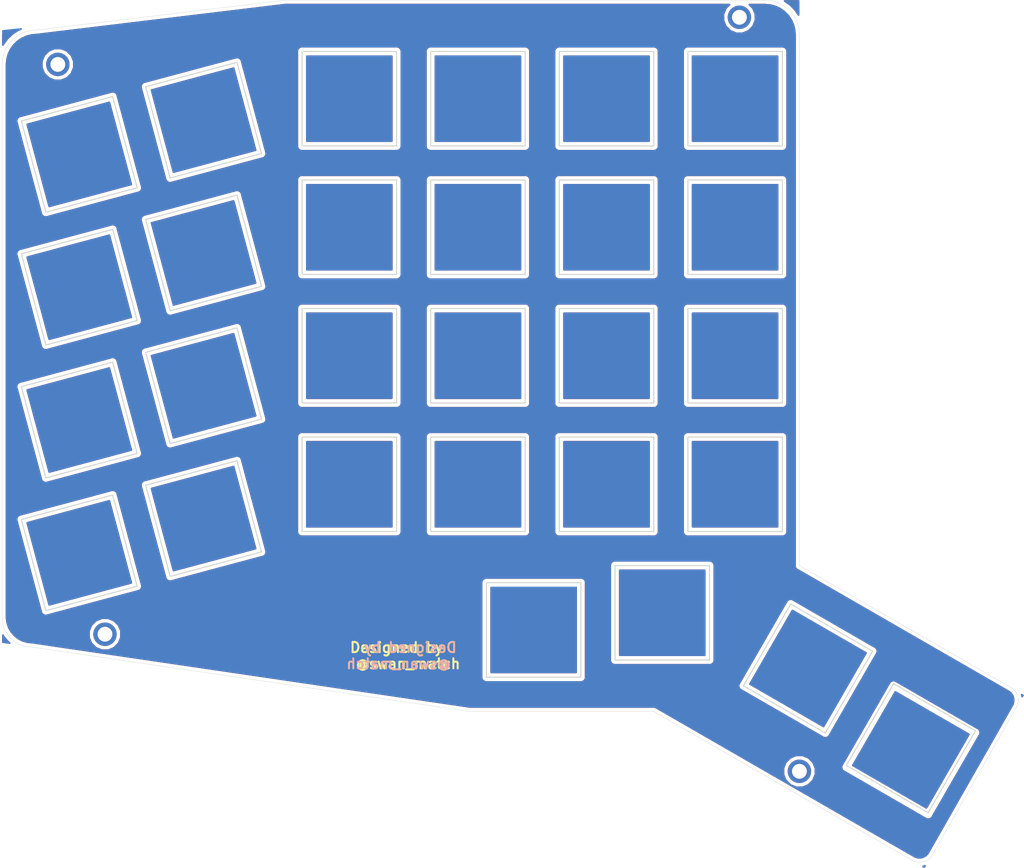
<source format=kicad_pcb>
(kicad_pcb (version 20171130) (host pcbnew 5.0.2-bee76a0~70~ubuntu18.04.1)

  (general
    (thickness 1.6)
    (drawings 19)
    (tracks 0)
    (zones 0)
    (modules 32)
    (nets 1)
  )

  (page A4)
  (layers
    (0 F.Cu signal)
    (31 B.Cu signal)
    (32 B.Adhes user)
    (33 F.Adhes user)
    (34 B.Paste user)
    (35 F.Paste user)
    (36 B.SilkS user)
    (37 F.SilkS user)
    (38 B.Mask user)
    (39 F.Mask user)
    (40 Dwgs.User user)
    (41 Cmts.User user)
    (42 Eco1.User user)
    (43 Eco2.User user)
    (44 Edge.Cuts user)
    (45 Margin user)
    (46 B.CrtYd user)
    (47 F.CrtYd user)
    (48 B.Fab user)
    (49 F.Fab user)
  )

  (setup
    (last_trace_width 0.25)
    (trace_clearance 0.2)
    (zone_clearance 0.508)
    (zone_45_only no)
    (trace_min 0.2)
    (segment_width 0.2)
    (edge_width 0.05)
    (via_size 0.8)
    (via_drill 0.4)
    (via_min_size 0.4)
    (via_min_drill 0.3)
    (uvia_size 0.3)
    (uvia_drill 0.1)
    (uvias_allowed no)
    (uvia_min_size 0.2)
    (uvia_min_drill 0.1)
    (pcb_text_width 0.3)
    (pcb_text_size 1.5 1.5)
    (mod_edge_width 0.12)
    (mod_text_size 1 1)
    (mod_text_width 0.15)
    (pad_size 3.47 3.47)
    (pad_drill 2.2)
    (pad_to_mask_clearance 0.051)
    (solder_mask_min_width 0.25)
    (aux_axis_origin 0 0)
    (grid_origin 71.77 33.64)
    (visible_elements FFFFFF7F)
    (pcbplotparams
      (layerselection 0x010fc_ffffffff)
      (usegerberextensions false)
      (usegerberattributes false)
      (usegerberadvancedattributes false)
      (creategerberjobfile false)
      (excludeedgelayer true)
      (linewidth 0.100000)
      (plotframeref false)
      (viasonmask false)
      (mode 1)
      (useauxorigin false)
      (hpglpennumber 1)
      (hpglpenspeed 20)
      (hpglpendiameter 15.000000)
      (psnegative false)
      (psa4output false)
      (plotreference true)
      (plotvalue true)
      (plotinvisibletext false)
      (padsonsilk false)
      (subtractmaskfromsilk false)
      (outputformat 1)
      (mirror false)
      (drillshape 1)
      (scaleselection 1)
      (outputdirectory ""))
  )

  (net 0 "")

  (net_class Default "これはデフォルトのネット クラスです。"
    (clearance 0.2)
    (trace_width 0.25)
    (via_dia 0.8)
    (via_drill 0.4)
    (uvia_dia 0.3)
    (uvia_drill 0.1)
  )

  (module SWAN_KEYBOARD:Switch_Cuts (layer F.Cu) (tedit 5DEF9802) (tstamp 5DED8479)
    (at 203.85 140.066 330)
    (fp_text reference SW2 (at 7.1 8.2 150) (layer F.SilkS) hide
      (effects (font (size 1 1) (thickness 0.15)))
    )
    (fp_text value SW_PUSH (at -4.8 8.3 150) (layer F.Fab) hide
      (effects (font (size 1 1) (thickness 0.15)))
    )
    (fp_line (start -9.525 -9.525) (end 9.525 -9.525) (layer Dwgs.User) (width 0.15))
    (fp_line (start 9.525 -9.525) (end 9.525 9.525) (layer Dwgs.User) (width 0.15))
    (fp_line (start 9.525 9.525) (end -9.525 9.525) (layer Dwgs.User) (width 0.15))
    (fp_line (start -9.525 9.525) (end -9.525 -9.525) (layer Dwgs.User) (width 0.15))
    (fp_line (start -7 -7) (end -7 7) (layer Edge.Cuts) (width 0.15))
    (fp_line (start -7 7) (end 7 7) (layer Edge.Cuts) (width 0.15))
    (fp_line (start -7 -7) (end 7 -7) (layer Edge.Cuts) (width 0.15))
    (fp_line (start 7 -7) (end 7 7) (layer Edge.Cuts) (width 0.15))
  )

  (module SWAN_KEYBOARD:M2hole (layer F.Cu) (tedit 5DEFBB5F) (tstamp 5DEFBA27)
    (at 178.45 31.735)
    (descr "Mounting Hole 2.2mm, M2")
    (tags "mounting hole 2.2mm m2")
    (fp_text reference J4 (at 0 -3.2) (layer F.SilkS) hide
      (effects (font (size 1 1) (thickness 0.15)))
    )
    (fp_text value Conn_01x01 (at 0 3.2) (layer F.Fab)
      (effects (font (size 1 1) (thickness 0.15)))
    )
    (fp_circle (center 0 0) (end 2.45 0) (layer F.CrtYd) (width 0.05))
    (fp_circle (center 0 0) (end 2.2 0) (layer Cmts.User) (width 0.15))
    (pad 1 thru_hole circle (at 0 0) (size 3.47 3.47) (drill 2.2) (layers *.Cu *.Mask))
  )

  (module SWAN_KEYBOARD:M2hole (layer F.Cu) (tedit 5CF02416) (tstamp 5DEFBA27)
    (at 187.34 143.495)
    (descr "Mounting Hole 2.2mm, M2")
    (tags "mounting hole 2.2mm m2")
    (fp_text reference J4 (at 0 -3.2) (layer F.SilkS) hide
      (effects (font (size 1 1) (thickness 0.15)))
    )
    (fp_text value Conn_01x01 (at 0 3.2) (layer F.Fab)
      (effects (font (size 1 1) (thickness 0.15)))
    )
    (fp_circle (center 0 0) (end 2.45 0) (layer F.CrtYd) (width 0.05))
    (fp_circle (center 0 0) (end 2.2 0) (layer Cmts.User) (width 0.15))
    (pad 1 thru_hole circle (at 0 0) (size 3.47 3.47) (drill 2.2) (layers *.Cu *.Mask))
  )

  (module SWAN_KEYBOARD:M2hole (layer F.Cu) (tedit 5DEFC113) (tstamp 5DEFBA27)
    (at 84.47 123.175)
    (descr "Mounting Hole 2.2mm, M2")
    (tags "mounting hole 2.2mm m2")
    (fp_text reference J4 (at 0 -3.2) (layer F.SilkS) hide
      (effects (font (size 1 1) (thickness 0.15)))
    )
    (fp_text value Conn_01x01 (at 0 3.2) (layer F.Fab)
      (effects (font (size 1 1) (thickness 0.15)))
    )
    (fp_circle (center 0 0) (end 2.45 0) (layer F.CrtYd) (width 0.05))
    (fp_circle (center 0 0) (end 2.2 0) (layer Cmts.User) (width 0.15))
    (pad 1 thru_hole circle (at 0 0) (size 3.47 3.47) (drill 2.2) (layers *.Cu *.Mask))
  )

  (module SWAN_KEYBOARD:Switch_Cuts (layer F.Cu) (tedit 5DEF9802) (tstamp 5DED756B)
    (at 188.61 128.255 330)
    (fp_text reference SW2 (at 7.1 8.2 150) (layer F.SilkS) hide
      (effects (font (size 1 1) (thickness 0.15)))
    )
    (fp_text value SW_PUSH (at -4.8 8.3 150) (layer F.Fab) hide
      (effects (font (size 1 1) (thickness 0.15)))
    )
    (fp_line (start -9.525 -9.525) (end 9.525 -9.525) (layer Dwgs.User) (width 0.15))
    (fp_line (start 9.525 -9.525) (end 9.525 9.525) (layer Dwgs.User) (width 0.15))
    (fp_line (start 9.525 9.525) (end -9.525 9.525) (layer Dwgs.User) (width 0.15))
    (fp_line (start -9.525 9.525) (end -9.525 -9.525) (layer Dwgs.User) (width 0.15))
    (fp_line (start -7 -7) (end -7 7) (layer Edge.Cuts) (width 0.15))
    (fp_line (start -7 7) (end 7 7) (layer Edge.Cuts) (width 0.15))
    (fp_line (start -7 -7) (end 7 -7) (layer Edge.Cuts) (width 0.15))
    (fp_line (start 7 -7) (end 7 7) (layer Edge.Cuts) (width 0.15))
  )

  (module SWAN_KEYBOARD:Switch_Cuts (layer F.Cu) (tedit 5DEF9802) (tstamp 5DED762D)
    (at 147.97 122.54)
    (fp_text reference SW2 (at 7.1 8.2) (layer F.SilkS) hide
      (effects (font (size 1 1) (thickness 0.15)))
    )
    (fp_text value SW_PUSH (at -4.8 8.3) (layer F.Fab) hide
      (effects (font (size 1 1) (thickness 0.15)))
    )
    (fp_line (start -9.525 -9.525) (end 9.525 -9.525) (layer Dwgs.User) (width 0.15))
    (fp_line (start 9.525 -9.525) (end 9.525 9.525) (layer Dwgs.User) (width 0.15))
    (fp_line (start 9.525 9.525) (end -9.525 9.525) (layer Dwgs.User) (width 0.15))
    (fp_line (start -9.525 9.525) (end -9.525 -9.525) (layer Dwgs.User) (width 0.15))
    (fp_line (start -7 -7) (end -7 7) (layer Edge.Cuts) (width 0.15))
    (fp_line (start -7 7) (end 7 7) (layer Edge.Cuts) (width 0.15))
    (fp_line (start -7 -7) (end 7 -7) (layer Edge.Cuts) (width 0.15))
    (fp_line (start 7 -7) (end 7 7) (layer Edge.Cuts) (width 0.15))
  )

  (module SWAN_KEYBOARD:Switch_Cuts (layer F.Cu) (tedit 5DEF9802) (tstamp 5DED7249)
    (at 167.02 120)
    (fp_text reference SW2 (at 7.1 8.2) (layer F.SilkS) hide
      (effects (font (size 1 1) (thickness 0.15)))
    )
    (fp_text value SW_PUSH (at -4.8 8.3) (layer F.Fab) hide
      (effects (font (size 1 1) (thickness 0.15)))
    )
    (fp_line (start -9.525 -9.525) (end 9.525 -9.525) (layer Dwgs.User) (width 0.15))
    (fp_line (start 9.525 -9.525) (end 9.525 9.525) (layer Dwgs.User) (width 0.15))
    (fp_line (start 9.525 9.525) (end -9.525 9.525) (layer Dwgs.User) (width 0.15))
    (fp_line (start -9.525 9.525) (end -9.525 -9.525) (layer Dwgs.User) (width 0.15))
    (fp_line (start -7 -7) (end -7 7) (layer Edge.Cuts) (width 0.15))
    (fp_line (start -7 7) (end 7 7) (layer Edge.Cuts) (width 0.15))
    (fp_line (start -7 -7) (end 7 -7) (layer Edge.Cuts) (width 0.15))
    (fp_line (start 7 -7) (end 7 7) (layer Edge.Cuts) (width 0.15))
  )

  (module SWAN_KEYBOARD:Switch_Cuts (layer F.Cu) (tedit 5DEF9802) (tstamp 5DED7294)
    (at 158.765 100.95)
    (fp_text reference SW2 (at 7.1 8.2) (layer F.SilkS) hide
      (effects (font (size 1 1) (thickness 0.15)))
    )
    (fp_text value SW_PUSH (at -4.8 8.3) (layer F.Fab) hide
      (effects (font (size 1 1) (thickness 0.15)))
    )
    (fp_line (start -9.525 -9.525) (end 9.525 -9.525) (layer Dwgs.User) (width 0.15))
    (fp_line (start 9.525 -9.525) (end 9.525 9.525) (layer Dwgs.User) (width 0.15))
    (fp_line (start 9.525 9.525) (end -9.525 9.525) (layer Dwgs.User) (width 0.15))
    (fp_line (start -9.525 9.525) (end -9.525 -9.525) (layer Dwgs.User) (width 0.15))
    (fp_line (start -7 -7) (end -7 7) (layer Edge.Cuts) (width 0.15))
    (fp_line (start -7 7) (end 7 7) (layer Edge.Cuts) (width 0.15))
    (fp_line (start -7 -7) (end 7 -7) (layer Edge.Cuts) (width 0.15))
    (fp_line (start 7 -7) (end 7 7) (layer Edge.Cuts) (width 0.15))
  )

  (module SWAN_KEYBOARD:Switch_Cuts (layer F.Cu) (tedit 5DEF9802) (tstamp 5DED7285)
    (at 177.815 100.95)
    (fp_text reference SW2 (at 7.1 8.2) (layer F.SilkS) hide
      (effects (font (size 1 1) (thickness 0.15)))
    )
    (fp_text value SW_PUSH (at -4.8 8.3) (layer F.Fab) hide
      (effects (font (size 1 1) (thickness 0.15)))
    )
    (fp_line (start -9.525 -9.525) (end 9.525 -9.525) (layer Dwgs.User) (width 0.15))
    (fp_line (start 9.525 -9.525) (end 9.525 9.525) (layer Dwgs.User) (width 0.15))
    (fp_line (start 9.525 9.525) (end -9.525 9.525) (layer Dwgs.User) (width 0.15))
    (fp_line (start -9.525 9.525) (end -9.525 -9.525) (layer Dwgs.User) (width 0.15))
    (fp_line (start -7 -7) (end -7 7) (layer Edge.Cuts) (width 0.15))
    (fp_line (start -7 7) (end 7 7) (layer Edge.Cuts) (width 0.15))
    (fp_line (start -7 -7) (end 7 -7) (layer Edge.Cuts) (width 0.15))
    (fp_line (start 7 -7) (end 7 7) (layer Edge.Cuts) (width 0.15))
  )

  (module SWAN_KEYBOARD:Switch_Cuts (layer F.Cu) (tedit 5DEF9802) (tstamp 5DED7276)
    (at 139.715 100.95)
    (fp_text reference SW2 (at 7.1 8.2) (layer F.SilkS) hide
      (effects (font (size 1 1) (thickness 0.15)))
    )
    (fp_text value SW_PUSH (at -4.8 8.3) (layer F.Fab) hide
      (effects (font (size 1 1) (thickness 0.15)))
    )
    (fp_line (start -9.525 -9.525) (end 9.525 -9.525) (layer Dwgs.User) (width 0.15))
    (fp_line (start 9.525 -9.525) (end 9.525 9.525) (layer Dwgs.User) (width 0.15))
    (fp_line (start 9.525 9.525) (end -9.525 9.525) (layer Dwgs.User) (width 0.15))
    (fp_line (start -9.525 9.525) (end -9.525 -9.525) (layer Dwgs.User) (width 0.15))
    (fp_line (start -7 -7) (end -7 7) (layer Edge.Cuts) (width 0.15))
    (fp_line (start -7 7) (end 7 7) (layer Edge.Cuts) (width 0.15))
    (fp_line (start -7 -7) (end 7 -7) (layer Edge.Cuts) (width 0.15))
    (fp_line (start 7 -7) (end 7 7) (layer Edge.Cuts) (width 0.15))
  )

  (module SWAN_KEYBOARD:Switch_Cuts (layer F.Cu) (tedit 5DEF9802) (tstamp 5DED7267)
    (at 120.665 100.95)
    (fp_text reference SW2 (at 7.1 8.2) (layer F.SilkS) hide
      (effects (font (size 1 1) (thickness 0.15)))
    )
    (fp_text value SW_PUSH (at -4.8 8.3) (layer F.Fab) hide
      (effects (font (size 1 1) (thickness 0.15)))
    )
    (fp_line (start -9.525 -9.525) (end 9.525 -9.525) (layer Dwgs.User) (width 0.15))
    (fp_line (start 9.525 -9.525) (end 9.525 9.525) (layer Dwgs.User) (width 0.15))
    (fp_line (start 9.525 9.525) (end -9.525 9.525) (layer Dwgs.User) (width 0.15))
    (fp_line (start -9.525 9.525) (end -9.525 -9.525) (layer Dwgs.User) (width 0.15))
    (fp_line (start -7 -7) (end -7 7) (layer Edge.Cuts) (width 0.15))
    (fp_line (start -7 7) (end 7 7) (layer Edge.Cuts) (width 0.15))
    (fp_line (start -7 -7) (end 7 -7) (layer Edge.Cuts) (width 0.15))
    (fp_line (start 7 -7) (end 7 7) (layer Edge.Cuts) (width 0.15))
  )

  (module SWAN_KEYBOARD:Switch_Cuts (layer F.Cu) (tedit 5DEF9802) (tstamp 5DED7258)
    (at 99.075 106.03 15)
    (fp_text reference SW2 (at 7.1 8.2 15) (layer F.SilkS) hide
      (effects (font (size 1 1) (thickness 0.15)))
    )
    (fp_text value SW_PUSH (at -4.8 8.3 15) (layer F.Fab) hide
      (effects (font (size 1 1) (thickness 0.15)))
    )
    (fp_line (start -9.525 -9.525) (end 9.525 -9.525) (layer Dwgs.User) (width 0.15))
    (fp_line (start 9.525 -9.525) (end 9.525 9.525) (layer Dwgs.User) (width 0.15))
    (fp_line (start 9.525 9.525) (end -9.525 9.525) (layer Dwgs.User) (width 0.15))
    (fp_line (start -9.525 9.525) (end -9.525 -9.525) (layer Dwgs.User) (width 0.15))
    (fp_line (start -7 -7) (end -7 7) (layer Edge.Cuts) (width 0.15))
    (fp_line (start -7 7) (end 7 7) (layer Edge.Cuts) (width 0.15))
    (fp_line (start -7 -7) (end 7 -7) (layer Edge.Cuts) (width 0.15))
    (fp_line (start 7 -7) (end 7 7) (layer Edge.Cuts) (width 0.15))
  )

  (module SWAN_KEYBOARD:Switch_Cuts (layer F.Cu) (tedit 5DEF9802) (tstamp 5DED7249)
    (at 80.66 111.11 15)
    (fp_text reference SW2 (at 7.1 8.2 15) (layer F.SilkS) hide
      (effects (font (size 1 1) (thickness 0.15)))
    )
    (fp_text value SW_PUSH (at -4.8 8.3 15) (layer F.Fab) hide
      (effects (font (size 1 1) (thickness 0.15)))
    )
    (fp_line (start -9.525 -9.525) (end 9.525 -9.525) (layer Dwgs.User) (width 0.15))
    (fp_line (start 9.525 -9.525) (end 9.525 9.525) (layer Dwgs.User) (width 0.15))
    (fp_line (start 9.525 9.525) (end -9.525 9.525) (layer Dwgs.User) (width 0.15))
    (fp_line (start -9.525 9.525) (end -9.525 -9.525) (layer Dwgs.User) (width 0.15))
    (fp_line (start -7 -7) (end -7 7) (layer Edge.Cuts) (width 0.15))
    (fp_line (start -7 7) (end 7 7) (layer Edge.Cuts) (width 0.15))
    (fp_line (start -7 -7) (end 7 -7) (layer Edge.Cuts) (width 0.15))
    (fp_line (start 7 -7) (end 7 7) (layer Edge.Cuts) (width 0.15))
  )

  (module SWAN_KEYBOARD:Switch_Cuts (layer F.Cu) (tedit 5DEF9802) (tstamp 5DED7294)
    (at 158.765 81.9)
    (fp_text reference SW2 (at 7.1 8.2) (layer F.SilkS) hide
      (effects (font (size 1 1) (thickness 0.15)))
    )
    (fp_text value SW_PUSH (at -4.8 8.3) (layer F.Fab) hide
      (effects (font (size 1 1) (thickness 0.15)))
    )
    (fp_line (start -9.525 -9.525) (end 9.525 -9.525) (layer Dwgs.User) (width 0.15))
    (fp_line (start 9.525 -9.525) (end 9.525 9.525) (layer Dwgs.User) (width 0.15))
    (fp_line (start 9.525 9.525) (end -9.525 9.525) (layer Dwgs.User) (width 0.15))
    (fp_line (start -9.525 9.525) (end -9.525 -9.525) (layer Dwgs.User) (width 0.15))
    (fp_line (start -7 -7) (end -7 7) (layer Edge.Cuts) (width 0.15))
    (fp_line (start -7 7) (end 7 7) (layer Edge.Cuts) (width 0.15))
    (fp_line (start -7 -7) (end 7 -7) (layer Edge.Cuts) (width 0.15))
    (fp_line (start 7 -7) (end 7 7) (layer Edge.Cuts) (width 0.15))
  )

  (module SWAN_KEYBOARD:Switch_Cuts (layer F.Cu) (tedit 5DEF9802) (tstamp 5DED7285)
    (at 177.815 81.9)
    (fp_text reference SW2 (at 7.1 8.2) (layer F.SilkS) hide
      (effects (font (size 1 1) (thickness 0.15)))
    )
    (fp_text value SW_PUSH (at -4.8 8.3) (layer F.Fab) hide
      (effects (font (size 1 1) (thickness 0.15)))
    )
    (fp_line (start -9.525 -9.525) (end 9.525 -9.525) (layer Dwgs.User) (width 0.15))
    (fp_line (start 9.525 -9.525) (end 9.525 9.525) (layer Dwgs.User) (width 0.15))
    (fp_line (start 9.525 9.525) (end -9.525 9.525) (layer Dwgs.User) (width 0.15))
    (fp_line (start -9.525 9.525) (end -9.525 -9.525) (layer Dwgs.User) (width 0.15))
    (fp_line (start -7 -7) (end -7 7) (layer Edge.Cuts) (width 0.15))
    (fp_line (start -7 7) (end 7 7) (layer Edge.Cuts) (width 0.15))
    (fp_line (start -7 -7) (end 7 -7) (layer Edge.Cuts) (width 0.15))
    (fp_line (start 7 -7) (end 7 7) (layer Edge.Cuts) (width 0.15))
  )

  (module SWAN_KEYBOARD:Switch_Cuts (layer F.Cu) (tedit 5DEF9802) (tstamp 5DED7276)
    (at 139.715 81.9)
    (fp_text reference SW2 (at 7.1 8.2) (layer F.SilkS) hide
      (effects (font (size 1 1) (thickness 0.15)))
    )
    (fp_text value SW_PUSH (at -4.8 8.3) (layer F.Fab) hide
      (effects (font (size 1 1) (thickness 0.15)))
    )
    (fp_line (start -9.525 -9.525) (end 9.525 -9.525) (layer Dwgs.User) (width 0.15))
    (fp_line (start 9.525 -9.525) (end 9.525 9.525) (layer Dwgs.User) (width 0.15))
    (fp_line (start 9.525 9.525) (end -9.525 9.525) (layer Dwgs.User) (width 0.15))
    (fp_line (start -9.525 9.525) (end -9.525 -9.525) (layer Dwgs.User) (width 0.15))
    (fp_line (start -7 -7) (end -7 7) (layer Edge.Cuts) (width 0.15))
    (fp_line (start -7 7) (end 7 7) (layer Edge.Cuts) (width 0.15))
    (fp_line (start -7 -7) (end 7 -7) (layer Edge.Cuts) (width 0.15))
    (fp_line (start 7 -7) (end 7 7) (layer Edge.Cuts) (width 0.15))
  )

  (module SWAN_KEYBOARD:Switch_Cuts (layer F.Cu) (tedit 5DEF9802) (tstamp 5DED7267)
    (at 120.665 81.9)
    (fp_text reference SW2 (at 7.1 8.2) (layer F.SilkS) hide
      (effects (font (size 1 1) (thickness 0.15)))
    )
    (fp_text value SW_PUSH (at -4.8 8.3) (layer F.Fab) hide
      (effects (font (size 1 1) (thickness 0.15)))
    )
    (fp_line (start -9.525 -9.525) (end 9.525 -9.525) (layer Dwgs.User) (width 0.15))
    (fp_line (start 9.525 -9.525) (end 9.525 9.525) (layer Dwgs.User) (width 0.15))
    (fp_line (start 9.525 9.525) (end -9.525 9.525) (layer Dwgs.User) (width 0.15))
    (fp_line (start -9.525 9.525) (end -9.525 -9.525) (layer Dwgs.User) (width 0.15))
    (fp_line (start -7 -7) (end -7 7) (layer Edge.Cuts) (width 0.15))
    (fp_line (start -7 7) (end 7 7) (layer Edge.Cuts) (width 0.15))
    (fp_line (start -7 -7) (end 7 -7) (layer Edge.Cuts) (width 0.15))
    (fp_line (start 7 -7) (end 7 7) (layer Edge.Cuts) (width 0.15))
  )

  (module SWAN_KEYBOARD:Switch_Cuts (layer F.Cu) (tedit 5DEF9802) (tstamp 5DED7258)
    (at 99.075 86.345 15)
    (fp_text reference SW2 (at 7.1 8.2 15) (layer F.SilkS) hide
      (effects (font (size 1 1) (thickness 0.15)))
    )
    (fp_text value SW_PUSH (at -4.8 8.3 15) (layer F.Fab) hide
      (effects (font (size 1 1) (thickness 0.15)))
    )
    (fp_line (start -9.525 -9.525) (end 9.525 -9.525) (layer Dwgs.User) (width 0.15))
    (fp_line (start 9.525 -9.525) (end 9.525 9.525) (layer Dwgs.User) (width 0.15))
    (fp_line (start 9.525 9.525) (end -9.525 9.525) (layer Dwgs.User) (width 0.15))
    (fp_line (start -9.525 9.525) (end -9.525 -9.525) (layer Dwgs.User) (width 0.15))
    (fp_line (start -7 -7) (end -7 7) (layer Edge.Cuts) (width 0.15))
    (fp_line (start -7 7) (end 7 7) (layer Edge.Cuts) (width 0.15))
    (fp_line (start -7 -7) (end 7 -7) (layer Edge.Cuts) (width 0.15))
    (fp_line (start 7 -7) (end 7 7) (layer Edge.Cuts) (width 0.15))
  )

  (module SWAN_KEYBOARD:Switch_Cuts (layer F.Cu) (tedit 5DEF9802) (tstamp 5DED7249)
    (at 80.66 91.425 15)
    (fp_text reference SW2 (at 7.1 8.2 15) (layer F.SilkS) hide
      (effects (font (size 1 1) (thickness 0.15)))
    )
    (fp_text value SW_PUSH (at -4.8 8.3 15) (layer F.Fab) hide
      (effects (font (size 1 1) (thickness 0.15)))
    )
    (fp_line (start -9.525 -9.525) (end 9.525 -9.525) (layer Dwgs.User) (width 0.15))
    (fp_line (start 9.525 -9.525) (end 9.525 9.525) (layer Dwgs.User) (width 0.15))
    (fp_line (start 9.525 9.525) (end -9.525 9.525) (layer Dwgs.User) (width 0.15))
    (fp_line (start -9.525 9.525) (end -9.525 -9.525) (layer Dwgs.User) (width 0.15))
    (fp_line (start -7 -7) (end -7 7) (layer Edge.Cuts) (width 0.15))
    (fp_line (start -7 7) (end 7 7) (layer Edge.Cuts) (width 0.15))
    (fp_line (start -7 -7) (end 7 -7) (layer Edge.Cuts) (width 0.15))
    (fp_line (start 7 -7) (end 7 7) (layer Edge.Cuts) (width 0.15))
  )

  (module SWAN_KEYBOARD:Switch_Cuts (layer F.Cu) (tedit 5DEF9802) (tstamp 5DED7294)
    (at 158.765 62.85)
    (fp_text reference SW2 (at 7.1 8.2) (layer F.SilkS) hide
      (effects (font (size 1 1) (thickness 0.15)))
    )
    (fp_text value SW_PUSH (at -4.8 8.3) (layer F.Fab) hide
      (effects (font (size 1 1) (thickness 0.15)))
    )
    (fp_line (start -9.525 -9.525) (end 9.525 -9.525) (layer Dwgs.User) (width 0.15))
    (fp_line (start 9.525 -9.525) (end 9.525 9.525) (layer Dwgs.User) (width 0.15))
    (fp_line (start 9.525 9.525) (end -9.525 9.525) (layer Dwgs.User) (width 0.15))
    (fp_line (start -9.525 9.525) (end -9.525 -9.525) (layer Dwgs.User) (width 0.15))
    (fp_line (start -7 -7) (end -7 7) (layer Edge.Cuts) (width 0.15))
    (fp_line (start -7 7) (end 7 7) (layer Edge.Cuts) (width 0.15))
    (fp_line (start -7 -7) (end 7 -7) (layer Edge.Cuts) (width 0.15))
    (fp_line (start 7 -7) (end 7 7) (layer Edge.Cuts) (width 0.15))
  )

  (module SWAN_KEYBOARD:Switch_Cuts (layer F.Cu) (tedit 5DEF9802) (tstamp 5DED7285)
    (at 177.815 62.85)
    (fp_text reference SW2 (at 7.1 8.2) (layer F.SilkS) hide
      (effects (font (size 1 1) (thickness 0.15)))
    )
    (fp_text value SW_PUSH (at -4.8 8.3) (layer F.Fab) hide
      (effects (font (size 1 1) (thickness 0.15)))
    )
    (fp_line (start -9.525 -9.525) (end 9.525 -9.525) (layer Dwgs.User) (width 0.15))
    (fp_line (start 9.525 -9.525) (end 9.525 9.525) (layer Dwgs.User) (width 0.15))
    (fp_line (start 9.525 9.525) (end -9.525 9.525) (layer Dwgs.User) (width 0.15))
    (fp_line (start -9.525 9.525) (end -9.525 -9.525) (layer Dwgs.User) (width 0.15))
    (fp_line (start -7 -7) (end -7 7) (layer Edge.Cuts) (width 0.15))
    (fp_line (start -7 7) (end 7 7) (layer Edge.Cuts) (width 0.15))
    (fp_line (start -7 -7) (end 7 -7) (layer Edge.Cuts) (width 0.15))
    (fp_line (start 7 -7) (end 7 7) (layer Edge.Cuts) (width 0.15))
  )

  (module SWAN_KEYBOARD:Switch_Cuts (layer F.Cu) (tedit 5DEF9802) (tstamp 5DED7276)
    (at 139.715 62.85)
    (fp_text reference SW2 (at 7.1 8.2) (layer F.SilkS) hide
      (effects (font (size 1 1) (thickness 0.15)))
    )
    (fp_text value SW_PUSH (at -4.8 8.3) (layer F.Fab) hide
      (effects (font (size 1 1) (thickness 0.15)))
    )
    (fp_line (start -9.525 -9.525) (end 9.525 -9.525) (layer Dwgs.User) (width 0.15))
    (fp_line (start 9.525 -9.525) (end 9.525 9.525) (layer Dwgs.User) (width 0.15))
    (fp_line (start 9.525 9.525) (end -9.525 9.525) (layer Dwgs.User) (width 0.15))
    (fp_line (start -9.525 9.525) (end -9.525 -9.525) (layer Dwgs.User) (width 0.15))
    (fp_line (start -7 -7) (end -7 7) (layer Edge.Cuts) (width 0.15))
    (fp_line (start -7 7) (end 7 7) (layer Edge.Cuts) (width 0.15))
    (fp_line (start -7 -7) (end 7 -7) (layer Edge.Cuts) (width 0.15))
    (fp_line (start 7 -7) (end 7 7) (layer Edge.Cuts) (width 0.15))
  )

  (module SWAN_KEYBOARD:Switch_Cuts (layer F.Cu) (tedit 5DEF9802) (tstamp 5DED7267)
    (at 120.665 62.85)
    (fp_text reference SW2 (at 7.1 8.2) (layer F.SilkS) hide
      (effects (font (size 1 1) (thickness 0.15)))
    )
    (fp_text value SW_PUSH (at -4.8 8.3) (layer F.Fab) hide
      (effects (font (size 1 1) (thickness 0.15)))
    )
    (fp_line (start -9.525 -9.525) (end 9.525 -9.525) (layer Dwgs.User) (width 0.15))
    (fp_line (start 9.525 -9.525) (end 9.525 9.525) (layer Dwgs.User) (width 0.15))
    (fp_line (start 9.525 9.525) (end -9.525 9.525) (layer Dwgs.User) (width 0.15))
    (fp_line (start -9.525 9.525) (end -9.525 -9.525) (layer Dwgs.User) (width 0.15))
    (fp_line (start -7 -7) (end -7 7) (layer Edge.Cuts) (width 0.15))
    (fp_line (start -7 7) (end 7 7) (layer Edge.Cuts) (width 0.15))
    (fp_line (start -7 -7) (end 7 -7) (layer Edge.Cuts) (width 0.15))
    (fp_line (start 7 -7) (end 7 7) (layer Edge.Cuts) (width 0.15))
  )

  (module SWAN_KEYBOARD:Switch_Cuts (layer F.Cu) (tedit 5DEF9802) (tstamp 5DED7258)
    (at 99.075 66.66 15)
    (fp_text reference SW2 (at 7.1 8.2 15) (layer F.SilkS) hide
      (effects (font (size 1 1) (thickness 0.15)))
    )
    (fp_text value SW_PUSH (at -4.8 8.3 15) (layer F.Fab) hide
      (effects (font (size 1 1) (thickness 0.15)))
    )
    (fp_line (start -9.525 -9.525) (end 9.525 -9.525) (layer Dwgs.User) (width 0.15))
    (fp_line (start 9.525 -9.525) (end 9.525 9.525) (layer Dwgs.User) (width 0.15))
    (fp_line (start 9.525 9.525) (end -9.525 9.525) (layer Dwgs.User) (width 0.15))
    (fp_line (start -9.525 9.525) (end -9.525 -9.525) (layer Dwgs.User) (width 0.15))
    (fp_line (start -7 -7) (end -7 7) (layer Edge.Cuts) (width 0.15))
    (fp_line (start -7 7) (end 7 7) (layer Edge.Cuts) (width 0.15))
    (fp_line (start -7 -7) (end 7 -7) (layer Edge.Cuts) (width 0.15))
    (fp_line (start 7 -7) (end 7 7) (layer Edge.Cuts) (width 0.15))
  )

  (module SWAN_KEYBOARD:Switch_Cuts (layer F.Cu) (tedit 5DEF9802) (tstamp 5DED7249)
    (at 80.66 71.74 15)
    (fp_text reference SW2 (at 7.1 8.2 15) (layer F.SilkS) hide
      (effects (font (size 1 1) (thickness 0.15)))
    )
    (fp_text value SW_PUSH (at -4.8 8.3 15) (layer F.Fab) hide
      (effects (font (size 1 1) (thickness 0.15)))
    )
    (fp_line (start -9.525 -9.525) (end 9.525 -9.525) (layer Dwgs.User) (width 0.15))
    (fp_line (start 9.525 -9.525) (end 9.525 9.525) (layer Dwgs.User) (width 0.15))
    (fp_line (start 9.525 9.525) (end -9.525 9.525) (layer Dwgs.User) (width 0.15))
    (fp_line (start -9.525 9.525) (end -9.525 -9.525) (layer Dwgs.User) (width 0.15))
    (fp_line (start -7 -7) (end -7 7) (layer Edge.Cuts) (width 0.15))
    (fp_line (start -7 7) (end 7 7) (layer Edge.Cuts) (width 0.15))
    (fp_line (start -7 -7) (end 7 -7) (layer Edge.Cuts) (width 0.15))
    (fp_line (start 7 -7) (end 7 7) (layer Edge.Cuts) (width 0.15))
  )

  (module SWAN_KEYBOARD:Switch_Cuts (layer F.Cu) (tedit 5DEF9802) (tstamp 5DED71E5)
    (at 177.815 43.8)
    (fp_text reference SW2 (at 7.1 8.2) (layer F.SilkS) hide
      (effects (font (size 1 1) (thickness 0.15)))
    )
    (fp_text value SW_PUSH (at -4.8 8.3) (layer F.Fab) hide
      (effects (font (size 1 1) (thickness 0.15)))
    )
    (fp_line (start -9.525 -9.525) (end 9.525 -9.525) (layer Dwgs.User) (width 0.15))
    (fp_line (start 9.525 -9.525) (end 9.525 9.525) (layer Dwgs.User) (width 0.15))
    (fp_line (start 9.525 9.525) (end -9.525 9.525) (layer Dwgs.User) (width 0.15))
    (fp_line (start -9.525 9.525) (end -9.525 -9.525) (layer Dwgs.User) (width 0.15))
    (fp_line (start -7 -7) (end -7 7) (layer Edge.Cuts) (width 0.15))
    (fp_line (start -7 7) (end 7 7) (layer Edge.Cuts) (width 0.15))
    (fp_line (start -7 -7) (end 7 -7) (layer Edge.Cuts) (width 0.15))
    (fp_line (start 7 -7) (end 7 7) (layer Edge.Cuts) (width 0.15))
  )

  (module SWAN_KEYBOARD:Switch_Cuts (layer F.Cu) (tedit 5DEF9802) (tstamp 5DED71E5)
    (at 158.765 43.8)
    (fp_text reference SW2 (at 7.1 8.2) (layer F.SilkS) hide
      (effects (font (size 1 1) (thickness 0.15)))
    )
    (fp_text value SW_PUSH (at -4.8 8.3) (layer F.Fab) hide
      (effects (font (size 1 1) (thickness 0.15)))
    )
    (fp_line (start -9.525 -9.525) (end 9.525 -9.525) (layer Dwgs.User) (width 0.15))
    (fp_line (start 9.525 -9.525) (end 9.525 9.525) (layer Dwgs.User) (width 0.15))
    (fp_line (start 9.525 9.525) (end -9.525 9.525) (layer Dwgs.User) (width 0.15))
    (fp_line (start -9.525 9.525) (end -9.525 -9.525) (layer Dwgs.User) (width 0.15))
    (fp_line (start -7 -7) (end -7 7) (layer Edge.Cuts) (width 0.15))
    (fp_line (start -7 7) (end 7 7) (layer Edge.Cuts) (width 0.15))
    (fp_line (start -7 -7) (end 7 -7) (layer Edge.Cuts) (width 0.15))
    (fp_line (start 7 -7) (end 7 7) (layer Edge.Cuts) (width 0.15))
  )

  (module SWAN_KEYBOARD:Switch_Cuts (layer F.Cu) (tedit 5DEF9802) (tstamp 5DED71E5)
    (at 139.715 43.8)
    (fp_text reference SW2 (at 7.1 8.2) (layer F.SilkS) hide
      (effects (font (size 1 1) (thickness 0.15)))
    )
    (fp_text value SW_PUSH (at -4.8 8.3) (layer F.Fab) hide
      (effects (font (size 1 1) (thickness 0.15)))
    )
    (fp_line (start -9.525 -9.525) (end 9.525 -9.525) (layer Dwgs.User) (width 0.15))
    (fp_line (start 9.525 -9.525) (end 9.525 9.525) (layer Dwgs.User) (width 0.15))
    (fp_line (start 9.525 9.525) (end -9.525 9.525) (layer Dwgs.User) (width 0.15))
    (fp_line (start -9.525 9.525) (end -9.525 -9.525) (layer Dwgs.User) (width 0.15))
    (fp_line (start -7 -7) (end -7 7) (layer Edge.Cuts) (width 0.15))
    (fp_line (start -7 7) (end 7 7) (layer Edge.Cuts) (width 0.15))
    (fp_line (start -7 -7) (end 7 -7) (layer Edge.Cuts) (width 0.15))
    (fp_line (start 7 -7) (end 7 7) (layer Edge.Cuts) (width 0.15))
  )

  (module SWAN_KEYBOARD:Switch_Cuts (layer F.Cu) (tedit 5DEF9802) (tstamp 5DED71E5)
    (at 120.665 43.8)
    (fp_text reference SW2 (at 7.1 8.2) (layer F.SilkS) hide
      (effects (font (size 1 1) (thickness 0.15)))
    )
    (fp_text value SW_PUSH (at -4.8 8.3) (layer F.Fab) hide
      (effects (font (size 1 1) (thickness 0.15)))
    )
    (fp_line (start -9.525 -9.525) (end 9.525 -9.525) (layer Dwgs.User) (width 0.15))
    (fp_line (start 9.525 -9.525) (end 9.525 9.525) (layer Dwgs.User) (width 0.15))
    (fp_line (start 9.525 9.525) (end -9.525 9.525) (layer Dwgs.User) (width 0.15))
    (fp_line (start -9.525 9.525) (end -9.525 -9.525) (layer Dwgs.User) (width 0.15))
    (fp_line (start -7 -7) (end -7 7) (layer Edge.Cuts) (width 0.15))
    (fp_line (start -7 7) (end 7 7) (layer Edge.Cuts) (width 0.15))
    (fp_line (start -7 -7) (end 7 -7) (layer Edge.Cuts) (width 0.15))
    (fp_line (start 7 -7) (end 7 7) (layer Edge.Cuts) (width 0.15))
  )

  (module SWAN_KEYBOARD:Switch_Cuts (layer F.Cu) (tedit 5DEF9802) (tstamp 5DED71E5)
    (at 99.075 46.975 15)
    (fp_text reference SW2 (at 7.1 8.2 15) (layer F.SilkS) hide
      (effects (font (size 1 1) (thickness 0.15)))
    )
    (fp_text value SW_PUSH (at -4.8 8.3 15) (layer F.Fab) hide
      (effects (font (size 1 1) (thickness 0.15)))
    )
    (fp_line (start -9.525 -9.525) (end 9.525 -9.525) (layer Dwgs.User) (width 0.15))
    (fp_line (start 9.525 -9.525) (end 9.525 9.525) (layer Dwgs.User) (width 0.15))
    (fp_line (start 9.525 9.525) (end -9.525 9.525) (layer Dwgs.User) (width 0.15))
    (fp_line (start -9.525 9.525) (end -9.525 -9.525) (layer Dwgs.User) (width 0.15))
    (fp_line (start -7 -7) (end -7 7) (layer Edge.Cuts) (width 0.15))
    (fp_line (start -7 7) (end 7 7) (layer Edge.Cuts) (width 0.15))
    (fp_line (start -7 -7) (end 7 -7) (layer Edge.Cuts) (width 0.15))
    (fp_line (start 7 -7) (end 7 7) (layer Edge.Cuts) (width 0.15))
  )

  (module SWAN_KEYBOARD:Switch_Cuts (layer F.Cu) (tedit 5DEF9802) (tstamp 5DED7153)
    (at 80.66 52.055 15)
    (fp_text reference SW2 (at 7.1 8.2 15) (layer F.SilkS) hide
      (effects (font (size 1 1) (thickness 0.15)))
    )
    (fp_text value SW_PUSH (at -4.8 8.3 15) (layer F.Fab) hide
      (effects (font (size 1 1) (thickness 0.15)))
    )
    (fp_line (start -9.525 -9.525) (end 9.525 -9.525) (layer Dwgs.User) (width 0.15))
    (fp_line (start 9.525 -9.525) (end 9.525 9.525) (layer Dwgs.User) (width 0.15))
    (fp_line (start 9.525 9.525) (end -9.525 9.525) (layer Dwgs.User) (width 0.15))
    (fp_line (start -9.525 9.525) (end -9.525 -9.525) (layer Dwgs.User) (width 0.15))
    (fp_line (start -7 -7) (end -7 7) (layer Edge.Cuts) (width 0.15))
    (fp_line (start -7 7) (end 7 7) (layer Edge.Cuts) (width 0.15))
    (fp_line (start -7 -7) (end 7 -7) (layer Edge.Cuts) (width 0.15))
    (fp_line (start 7 -7) (end 7 7) (layer Edge.Cuts) (width 0.15))
  )

  (module SWAN_KEYBOARD:M2hole (layer F.Cu) (tedit 5CF02416) (tstamp 5DEFBA1B)
    (at 77.485 38.72)
    (descr "Mounting Hole 2.2mm, M2")
    (tags "mounting hole 2.2mm m2")
    (fp_text reference J4 (at 0 -3.2) (layer F.SilkS) hide
      (effects (font (size 1 1) (thickness 0.15)))
    )
    (fp_text value Conn_01x01 (at 0 3.2) (layer F.Fab)
      (effects (font (size 1 1) (thickness 0.15)))
    )
    (fp_circle (center 0 0) (end 2.2 0) (layer Cmts.User) (width 0.15))
    (fp_circle (center 0 0) (end 2.45 0) (layer F.CrtYd) (width 0.05))
    (pad 1 thru_hole circle (at 0 0) (size 3.47 3.47) (drill 2.2) (layers *.Cu *.Mask))
  )

  (gr_arc (start 161.686 177.15) (end 204.612 140.066) (angle -65.01583871) (layer Dwgs.User) (width 0.2))
  (gr_text "Designed by\n   @swan_match" (at 129.682 126.35) (layer B.SilkS) (tstamp 5DEFC409)
    (effects (font (size 1.5 1.5) (thickness 0.3)) (justify mirror))
  )
  (gr_text "Designed by\n   @swan_match" (at 127.65 126.35) (layer F.SilkS)
    (effects (font (size 1.5 1.5) (thickness 0.3)))
  )
  (gr_text Alidox (at 119.014 118.476) (layer B.Mask) (tstamp 5DEFC399)
    (effects (font (size 5 5) (thickness 0.5)) (justify mirror))
  )
  (gr_text Alidox (at 119.014 118.984) (layer F.Mask)
    (effects (font (size 5 5) (thickness 0.5)))
  )
  (gr_arc (start 205.12 154.798) (end 203.850001 156.575999) (angle -90) (layer Edge.Cuts) (width 0.05) (tstamp 5DEFC325))
  (gr_arc (start 217.566 132.954) (end 219.343999 134.223999) (angle -89.9999939) (layer Edge.Cuts) (width 0.05))
  (gr_line (start 111.14 29.195) (end 74.31 33.64) (layer Edge.Cuts) (width 0.05))
  (gr_arc (start 73.675 120.635) (end 69.23 120.635) (angle -90) (layer Edge.Cuts) (width 0.05))
  (gr_arc (start 182.26 34.275) (end 187.34 34.275) (angle -90) (layer Edge.Cuts) (width 0.05))
  (gr_arc (start 74.31 38.72) (end 74.31 33.64) (angle -90) (layer Edge.Cuts) (width 0.05))
  (gr_line (start 69.23 120.635) (end 69.23 38.72) (layer Edge.Cuts) (width 0.05))
  (gr_line (start 138.445 134.605) (end 73.675 125.08) (layer Edge.Cuts) (width 0.05))
  (gr_line (start 165.75 134.605) (end 138.445 134.605) (layer Edge.Cuts) (width 0.05))
  (gr_line (start 203.85 156.576) (end 165.75 134.605) (layer Edge.Cuts) (width 0.05))
  (gr_line (start 219.344 134.224) (end 206.898 156.068) (layer Edge.Cuts) (width 0.05))
  (gr_line (start 187.34 113.015) (end 218.836 131.176) (layer Edge.Cuts) (width 0.05))
  (gr_line (start 187.34 34.275) (end 187.34 113.015) (layer Edge.Cuts) (width 0.05))
  (gr_line (start 111.14 29.195) (end 182.26 29.195) (layer Edge.Cuts) (width 0.05))

  (zone (net 0) (net_name "") (layer F.Cu) (tstamp 0) (hatch edge 0.508)
    (connect_pads (clearance 0.508))
    (min_thickness 0.254)
    (fill yes (arc_segments 16) (thermal_gap 0.508) (thermal_bridge_width 0.508))
    (polygon
      (pts
        (xy 69.23 34.275) (xy 69.23 124.445) (xy 138.445 134.605) (xy 165.75 134.605) (xy 205.882 157.846)
        (xy 220.614 132.192) (xy 187.34 113.015) (xy 187.34 29.195) (xy 111.14 29.195)
      )
    )
    (filled_polygon
      (pts
        (xy 205.835343 157.672222) (xy 205.670286 157.576635) (xy 205.931771 157.504304)
      )
    )
    (filled_polygon
      (pts
        (xy 176.440811 30.392503) (xy 176.431617 30.414699) (xy 176.423119 30.419366) (xy 176.254365 30.842625) (xy 176.08 31.263578)
        (xy 176.08 31.279954) (xy 176.073935 31.295166) (xy 176.08 31.750735) (xy 176.08 32.206422) (xy 176.086268 32.221554)
        (xy 176.086486 32.237927) (xy 176.423119 33.050634) (xy 176.431617 33.055301) (xy 176.440811 33.077497) (xy 177.107503 33.744189)
        (xy 177.129699 33.753383) (xy 177.134366 33.761881) (xy 177.557625 33.930635) (xy 177.978578 34.105) (xy 177.994954 34.105)
        (xy 178.010166 34.111065) (xy 178.465735 34.105) (xy 178.921422 34.105) (xy 178.936554 34.098732) (xy 178.952927 34.098514)
        (xy 179.765634 33.761881) (xy 179.770301 33.753383) (xy 179.792497 33.744189) (xy 180.459189 33.077497) (xy 180.468383 33.055301)
        (xy 180.476881 33.050634) (xy 180.645635 32.627375) (xy 180.82 32.206422) (xy 180.82 32.190046) (xy 180.826065 32.174834)
        (xy 180.82 31.719265) (xy 180.82 31.263578) (xy 180.813732 31.248446) (xy 180.813514 31.232073) (xy 180.476881 30.419366)
        (xy 180.468383 30.414699) (xy 180.459189 30.392503) (xy 179.921686 29.855) (xy 182.230608 29.855) (xy 183.042249 29.927437)
        (xy 183.799774 30.134672) (xy 184.508625 30.472777) (xy 185.146404 30.931067) (xy 185.692946 31.495055) (xy 186.130977 32.146913)
        (xy 186.446651 32.866038) (xy 186.631206 33.634768) (xy 186.68 34.299207) (xy 186.680001 112.906221) (xy 186.672779 112.927535)
        (xy 186.680001 113.036791) (xy 186.680001 113.080003) (xy 186.684279 113.10151) (xy 186.690097 113.189526) (xy 186.709671 113.229163)
        (xy 186.718295 113.272519) (xy 186.767299 113.345859) (xy 186.806356 113.424948) (xy 186.839608 113.454077) (xy 186.864168 113.490833)
        (xy 186.937511 113.539839) (xy 186.954005 113.554288) (xy 186.991439 113.575873) (xy 187.082482 113.636706) (xy 187.104554 113.641096)
        (xy 218.439299 131.709116) (xy 218.748642 132.00101) (xy 218.961354 132.354151) (xy 219.071265 132.75149) (xy 219.070274 133.163743)
        (xy 218.955597 133.570692) (xy 218.769843 133.898507) (xy 206.363701 155.672553) (xy 206.07299 155.980641) (xy 205.719847 156.193354)
        (xy 205.32251 156.303265) (xy 204.910257 156.302274) (xy 204.503308 156.187597) (xy 204.177479 156.002969) (xy 181.72464 143.055166)
        (xy 184.963935 143.055166) (xy 184.97 143.510735) (xy 184.97 143.966422) (xy 184.976268 143.981554) (xy 184.976486 143.997927)
        (xy 185.313119 144.810634) (xy 185.321617 144.815301) (xy 185.330811 144.837497) (xy 185.997503 145.504189) (xy 186.019699 145.513383)
        (xy 186.024366 145.521881) (xy 186.447625 145.690635) (xy 186.868578 145.865) (xy 186.884954 145.865) (xy 186.900166 145.871065)
        (xy 187.355735 145.865) (xy 187.811422 145.865) (xy 187.826554 145.858732) (xy 187.842927 145.858514) (xy 188.655634 145.521881)
        (xy 188.660301 145.513383) (xy 188.682497 145.504189) (xy 189.349189 144.837497) (xy 189.358383 144.815301) (xy 189.366881 144.810634)
        (xy 189.535635 144.387375) (xy 189.71 143.966422) (xy 189.71 143.950046) (xy 189.716065 143.934834) (xy 189.71 143.479265)
        (xy 189.71 143.023578) (xy 189.703732 143.008446) (xy 189.703514 142.992073) (xy 189.618856 142.787689) (xy 193.570106 142.787689)
        (xy 193.58858 143.069539) (xy 193.713507 143.322866) (xy 193.86588 143.456493) (xy 193.925868 143.509101) (xy 193.993379 143.532018)
        (xy 205.996622 150.462093) (xy 206.050224 150.509101) (xy 206.317689 150.599894) (xy 206.599539 150.58142) (xy 206.852866 150.456493)
        (xy 206.992093 150.297735) (xy 206.992094 150.297733) (xy 207.039101 150.244132) (xy 207.062017 150.176622) (xy 213.992094 138.173377)
        (xy 214.039101 138.119776) (xy 214.078219 138.004539) (xy 214.129893 137.852312) (xy 214.11142 137.570461) (xy 214.087885 137.522736)
        (xy 213.986493 137.317133) (xy 213.827735 137.177906) (xy 213.827729 137.177903) (xy 213.774132 137.130899) (xy 213.706627 137.107984)
        (xy 201.703376 130.177905) (xy 201.649776 130.130899) (xy 201.582267 130.107983) (xy 201.582264 130.107981) (xy 201.382311 130.040106)
        (xy 201.117798 130.057444) (xy 201.10046 130.05858) (xy 200.847133 130.183507) (xy 200.707906 130.342265) (xy 200.707903 130.34227)
        (xy 200.660899 130.395868) (xy 200.637983 130.463374) (xy 193.707906 142.466623) (xy 193.660899 142.520224) (xy 193.637982 142.587734)
        (xy 193.637981 142.587736) (xy 193.570106 142.787689) (xy 189.618856 142.787689) (xy 189.366881 142.179366) (xy 189.358383 142.174699)
        (xy 189.349189 142.152503) (xy 188.682497 141.485811) (xy 188.660301 141.476617) (xy 188.655634 141.468119) (xy 188.232375 141.299365)
        (xy 187.811422 141.125) (xy 187.795046 141.125) (xy 187.779834 141.118935) (xy 187.324265 141.125) (xy 186.868578 141.125)
        (xy 186.853446 141.131268) (xy 186.837073 141.131486) (xy 186.024366 141.468119) (xy 186.019699 141.476617) (xy 185.997503 141.485811)
        (xy 185.330811 142.152503) (xy 185.321617 142.174699) (xy 185.313119 142.179366) (xy 185.144365 142.602625) (xy 184.97 143.023578)
        (xy 184.97 143.039954) (xy 184.963935 143.055166) (xy 181.72464 143.055166) (xy 166.098575 134.044136) (xy 166.007519 133.983294)
        (xy 165.921014 133.966087) (xy 165.837492 133.937783) (xy 165.728242 133.945) (xy 138.493272 133.945) (xy 116.581555 130.722689)
        (xy 178.330106 130.722689) (xy 178.34858 131.004539) (xy 178.473507 131.257866) (xy 178.62588 131.391493) (xy 178.685868 131.444101)
        (xy 178.753379 131.467018) (xy 190.756622 138.397093) (xy 190.810224 138.444101) (xy 191.077689 138.534894) (xy 191.359539 138.51642)
        (xy 191.612866 138.391493) (xy 191.752093 138.232735) (xy 191.752094 138.232733) (xy 191.799101 138.179132) (xy 191.822017 138.111622)
        (xy 198.752094 126.108377) (xy 198.799101 126.054776) (xy 198.889893 125.787311) (xy 198.87142 125.50546) (xy 198.746493 125.252133)
        (xy 198.587735 125.112906) (xy 198.587729 125.112903) (xy 198.534132 125.065899) (xy 198.466627 125.042984) (xy 186.463376 118.112905)
        (xy 186.409776 118.065899) (xy 186.342267 118.042983) (xy 186.342264 118.042981) (xy 186.142311 117.975106) (xy 185.877798 117.992444)
        (xy 185.86046 117.99358) (xy 185.607133 118.118507) (xy 185.467906 118.277265) (xy 185.467903 118.27727) (xy 185.420899 118.330868)
        (xy 185.397983 118.398374) (xy 178.467906 130.401623) (xy 178.420899 130.455224) (xy 178.397982 130.522734) (xy 178.397981 130.522736)
        (xy 178.360504 130.633139) (xy 178.330106 130.722689) (xy 116.581555 130.722689) (xy 73.706714 124.417566) (xy 73.689819 124.418417)
        (xy 72.959844 124.348771) (xy 72.270484 124.146536) (xy 71.63181 123.817596) (xy 71.066857 123.37382) (xy 70.596012 122.83122)
        (xy 70.540444 122.735166) (xy 82.093935 122.735166) (xy 82.1 123.190735) (xy 82.1 123.646422) (xy 82.106268 123.661554)
        (xy 82.106486 123.677927) (xy 82.443119 124.490634) (xy 82.451617 124.495301) (xy 82.460811 124.517497) (xy 83.127503 125.184189)
        (xy 83.149699 125.193383) (xy 83.154366 125.201881) (xy 83.577625 125.370635) (xy 83.998578 125.545) (xy 84.014954 125.545)
        (xy 84.030166 125.551065) (xy 84.485735 125.545) (xy 84.941422 125.545) (xy 84.956554 125.538732) (xy 84.972927 125.538514)
        (xy 85.785634 125.201881) (xy 85.790301 125.193383) (xy 85.812497 125.184189) (xy 86.479189 124.517497) (xy 86.488383 124.495301)
        (xy 86.496881 124.490634) (xy 86.665635 124.067375) (xy 86.84 123.646422) (xy 86.84 123.630046) (xy 86.846065 123.614834)
        (xy 86.84 123.159265) (xy 86.84 122.703578) (xy 86.833732 122.688446) (xy 86.833514 122.672073) (xy 86.496881 121.859366)
        (xy 86.488383 121.854699) (xy 86.479189 121.832503) (xy 85.812497 121.165811) (xy 85.790301 121.156617) (xy 85.785634 121.148119)
        (xy 85.362375 120.979365) (xy 84.941422 120.805) (xy 84.925046 120.805) (xy 84.909834 120.798935) (xy 84.454265 120.805)
        (xy 83.998578 120.805) (xy 83.983446 120.811268) (xy 83.967073 120.811486) (xy 83.154366 121.148119) (xy 83.149699 121.156617)
        (xy 83.127503 121.165811) (xy 82.460811 121.832503) (xy 82.451617 121.854699) (xy 82.443119 121.859366) (xy 82.274365 122.282625)
        (xy 82.1 122.703578) (xy 82.1 122.719954) (xy 82.093935 122.735166) (xy 70.540444 122.735166) (xy 70.236267 122.209377)
        (xy 70.000598 121.530721) (xy 69.894145 120.796523) (xy 69.89 120.626934) (xy 69.89 106.065764) (xy 71.36907 106.065764)
        (xy 71.387544 106.347614) (xy 71.419077 106.411556) (xy 75.006348 119.799439) (xy 75.011011 119.870575) (xy 75.042541 119.934511)
        (xy 75.042543 119.934519) (xy 75.135937 120.123902) (xy 75.348298 120.310138) (xy 75.615764 120.40093) (xy 75.897614 120.382456)
        (xy 75.961558 120.350923) (xy 89.349439 116.763652) (xy 89.420575 116.758989) (xy 89.484513 116.727459) (xy 89.484519 116.727457)
        (xy 89.673902 116.634063) (xy 89.860138 116.421702) (xy 89.95093 116.154236) (xy 89.932456 115.872386) (xy 89.900923 115.808442)
        (xy 89.828995 115.54) (xy 140.246091 115.54) (xy 140.26 115.609926) (xy 140.260001 129.470069) (xy 140.246091 129.54)
        (xy 140.301195 129.817028) (xy 140.458119 130.051881) (xy 140.692972 130.208805) (xy 140.900074 130.25) (xy 140.900075 130.25)
        (xy 140.97 130.263909) (xy 141.039926 130.25) (xy 154.900075 130.25) (xy 154.97 130.263909) (xy 155.247028 130.208805)
        (xy 155.481881 130.051881) (xy 155.638805 129.817028) (xy 155.68 129.609926) (xy 155.693909 129.54) (xy 155.68 129.470074)
        (xy 155.68 115.609926) (xy 155.693909 115.54) (xy 155.672591 115.432824) (xy 155.638805 115.262972) (xy 155.581714 115.17753)
        (xy 155.481881 115.028119) (xy 155.247028 114.871195) (xy 155.039926 114.83) (xy 155.039925 114.83) (xy 154.97 114.816091)
        (xy 154.900074 114.83) (xy 141.039925 114.83) (xy 140.97 114.816091) (xy 140.900074 114.83) (xy 140.692972 114.871195)
        (xy 140.458119 115.028119) (xy 140.301195 115.262972) (xy 140.246091 115.54) (xy 89.828995 115.54) (xy 86.313652 102.420568)
        (xy 86.308989 102.349425) (xy 86.184063 102.096098) (xy 85.971701 101.909863) (xy 85.704236 101.81907) (xy 85.422386 101.837544)
        (xy 85.358444 101.869077) (xy 71.970568 105.456348) (xy 71.899425 105.461011) (xy 71.835483 105.492544) (xy 71.835482 105.492544)
        (xy 71.646099 105.585938) (xy 71.459863 105.798299) (xy 71.36907 106.065764) (xy 69.89 106.065764) (xy 69.89 100.985764)
        (xy 89.78407 100.985764) (xy 89.802544 101.267614) (xy 89.834077 101.331556) (xy 93.421348 114.719439) (xy 93.426011 114.790575)
        (xy 93.457541 114.854511) (xy 93.457543 114.854519) (xy 93.550937 115.043902) (xy 93.763298 115.230138) (xy 94.030764 115.32093)
        (xy 94.312614 115.302456) (xy 94.376558 115.270923) (xy 102.85176 113) (xy 159.296091 113) (xy 159.31 113.069926)
        (xy 159.310001 126.930069) (xy 159.296091 127) (xy 159.351195 127.277028) (xy 159.508119 127.511881) (xy 159.742972 127.668805)
        (xy 159.950074 127.71) (xy 159.950075 127.71) (xy 160.02 127.723909) (xy 160.089926 127.71) (xy 173.950075 127.71)
        (xy 174.02 127.723909) (xy 174.297028 127.668805) (xy 174.531881 127.511881) (xy 174.688805 127.277028) (xy 174.73 127.069926)
        (xy 174.743909 127) (xy 174.73 126.930074) (xy 174.73 113.069926) (xy 174.743909 113) (xy 174.688805 112.722972)
        (xy 174.531881 112.488119) (xy 174.297028 112.331195) (xy 174.089926 112.29) (xy 174.089925 112.29) (xy 174.02 112.276091)
        (xy 173.950074 112.29) (xy 160.089925 112.29) (xy 160.02 112.276091) (xy 159.950074 112.29) (xy 159.742972 112.331195)
        (xy 159.508119 112.488119) (xy 159.351195 112.722972) (xy 159.296091 113) (xy 102.85176 113) (xy 107.764439 111.683652)
        (xy 107.835575 111.678989) (xy 107.899513 111.647459) (xy 107.899519 111.647457) (xy 108.088902 111.554063) (xy 108.275138 111.341702)
        (xy 108.36593 111.074236) (xy 108.347456 110.792386) (xy 108.315923 110.728442) (xy 104.728652 97.340568) (xy 104.723989 97.269425)
        (xy 104.599063 97.016098) (xy 104.386701 96.829863) (xy 104.119236 96.73907) (xy 103.837386 96.757544) (xy 103.773444 96.789077)
        (xy 90.385568 100.376348) (xy 90.314425 100.381011) (xy 90.250483 100.412544) (xy 90.250482 100.412544) (xy 90.061099 100.505938)
        (xy 89.874863 100.718299) (xy 89.78407 100.985764) (xy 69.89 100.985764) (xy 69.89 86.380764) (xy 71.36907 86.380764)
        (xy 71.387544 86.662614) (xy 71.419077 86.726556) (xy 75.006348 100.114439) (xy 75.011011 100.185575) (xy 75.042541 100.249511)
        (xy 75.042543 100.249519) (xy 75.135937 100.438902) (xy 75.348298 100.625138) (xy 75.615764 100.71593) (xy 75.897614 100.697456)
        (xy 75.961558 100.665923) (xy 89.349439 97.078652) (xy 89.420575 97.073989) (xy 89.484513 97.042459) (xy 89.484519 97.042457)
        (xy 89.673902 96.949063) (xy 89.860138 96.736702) (xy 89.95093 96.469236) (xy 89.932456 96.187386) (xy 89.900923 96.123442)
        (xy 86.313652 82.735568) (xy 86.308989 82.664425) (xy 86.184063 82.411098) (xy 85.971701 82.224863) (xy 85.704236 82.13407)
        (xy 85.422386 82.152544) (xy 85.358444 82.184077) (xy 71.970568 85.771348) (xy 71.899425 85.776011) (xy 71.835483 85.807544)
        (xy 71.835482 85.807544) (xy 71.646099 85.900938) (xy 71.459863 86.113299) (xy 71.36907 86.380764) (xy 69.89 86.380764)
        (xy 69.89 81.300764) (xy 89.78407 81.300764) (xy 89.802544 81.582614) (xy 89.834077 81.646556) (xy 93.421348 95.034439)
        (xy 93.426011 95.105575) (xy 93.457541 95.169511) (xy 93.457543 95.169519) (xy 93.550937 95.358902) (xy 93.763298 95.545138)
        (xy 94.030764 95.63593) (xy 94.312614 95.617456) (xy 94.376558 95.585923) (xy 100.481907 93.95) (xy 112.941091 93.95)
        (xy 112.955 94.019926) (xy 112.955001 107.880069) (xy 112.941091 107.95) (xy 112.996195 108.227028) (xy 113.153119 108.461881)
        (xy 113.387972 108.618805) (xy 113.595074 108.66) (xy 113.595075 108.66) (xy 113.665 108.673909) (xy 113.734926 108.66)
        (xy 127.595075 108.66) (xy 127.665 108.673909) (xy 127.942028 108.618805) (xy 128.176881 108.461881) (xy 128.333805 108.227028)
        (xy 128.375 108.019926) (xy 128.388909 107.95) (xy 128.375 107.880074) (xy 128.375 94.019926) (xy 128.388909 93.95)
        (xy 131.991091 93.95) (xy 132.005 94.019926) (xy 132.005001 107.880069) (xy 131.991091 107.95) (xy 132.046195 108.227028)
        (xy 132.203119 108.461881) (xy 132.437972 108.618805) (xy 132.645074 108.66) (xy 132.645075 108.66) (xy 132.715 108.673909)
        (xy 132.784926 108.66) (xy 146.645075 108.66) (xy 146.715 108.673909) (xy 146.992028 108.618805) (xy 147.226881 108.461881)
        (xy 147.383805 108.227028) (xy 147.425 108.019926) (xy 147.438909 107.95) (xy 147.425 107.880074) (xy 147.425 94.019926)
        (xy 147.438909 93.95) (xy 151.041091 93.95) (xy 151.055 94.019926) (xy 151.055001 107.880069) (xy 151.041091 107.95)
        (xy 151.096195 108.227028) (xy 151.253119 108.461881) (xy 151.487972 108.618805) (xy 151.695074 108.66) (xy 151.695075 108.66)
        (xy 151.765 108.673909) (xy 151.834926 108.66) (xy 165.695075 108.66) (xy 165.765 108.673909) (xy 166.042028 108.618805)
        (xy 166.276881 108.461881) (xy 166.433805 108.227028) (xy 166.475 108.019926) (xy 166.488909 107.95) (xy 166.475 107.880074)
        (xy 166.475 94.019926) (xy 166.488909 93.95) (xy 170.091091 93.95) (xy 170.105 94.019926) (xy 170.105001 107.880069)
        (xy 170.091091 107.95) (xy 170.146195 108.227028) (xy 170.303119 108.461881) (xy 170.537972 108.618805) (xy 170.745074 108.66)
        (xy 170.745075 108.66) (xy 170.815 108.673909) (xy 170.884926 108.66) (xy 184.745075 108.66) (xy 184.815 108.673909)
        (xy 185.092028 108.618805) (xy 185.326881 108.461881) (xy 185.483805 108.227028) (xy 185.525 108.019926) (xy 185.538909 107.95)
        (xy 185.525 107.880074) (xy 185.525 94.019926) (xy 185.538909 93.95) (xy 185.483805 93.672972) (xy 185.326881 93.438119)
        (xy 185.092028 93.281195) (xy 184.884926 93.24) (xy 184.884925 93.24) (xy 184.815 93.226091) (xy 184.745074 93.24)
        (xy 170.884925 93.24) (xy 170.815 93.226091) (xy 170.745074 93.24) (xy 170.537972 93.281195) (xy 170.303119 93.438119)
        (xy 170.146195 93.672972) (xy 170.091091 93.95) (xy 166.488909 93.95) (xy 166.433805 93.672972) (xy 166.276881 93.438119)
        (xy 166.042028 93.281195) (xy 165.834926 93.24) (xy 165.834925 93.24) (xy 165.765 93.226091) (xy 165.695074 93.24)
        (xy 151.834925 93.24) (xy 151.765 93.226091) (xy 151.695074 93.24) (xy 151.487972 93.281195) (xy 151.253119 93.438119)
        (xy 151.096195 93.672972) (xy 151.041091 93.95) (xy 147.438909 93.95) (xy 147.383805 93.672972) (xy 147.226881 93.438119)
        (xy 146.992028 93.281195) (xy 146.784926 93.24) (xy 146.784925 93.24) (xy 146.715 93.226091) (xy 146.645074 93.24)
        (xy 132.784925 93.24) (xy 132.715 93.226091) (xy 132.645074 93.24) (xy 132.437972 93.281195) (xy 132.203119 93.438119)
        (xy 132.046195 93.672972) (xy 131.991091 93.95) (xy 128.388909 93.95) (xy 128.333805 93.672972) (xy 128.176881 93.438119)
        (xy 127.942028 93.281195) (xy 127.734926 93.24) (xy 127.734925 93.24) (xy 127.665 93.226091) (xy 127.595074 93.24)
        (xy 113.734925 93.24) (xy 113.665 93.226091) (xy 113.595074 93.24) (xy 113.387972 93.281195) (xy 113.153119 93.438119)
        (xy 112.996195 93.672972) (xy 112.941091 93.95) (xy 100.481907 93.95) (xy 107.764439 91.998652) (xy 107.835575 91.993989)
        (xy 107.899513 91.962459) (xy 107.899519 91.962457) (xy 108.088902 91.869063) (xy 108.275138 91.656702) (xy 108.36593 91.389236)
        (xy 108.347456 91.107386) (xy 108.315923 91.043442) (xy 104.728652 77.655568) (xy 104.723989 77.584425) (xy 104.599063 77.331098)
        (xy 104.386701 77.144863) (xy 104.119236 77.05407) (xy 103.837386 77.072544) (xy 103.773444 77.104077) (xy 90.385568 80.691348)
        (xy 90.314425 80.696011) (xy 90.250483 80.727544) (xy 90.250482 80.727544) (xy 90.061099 80.820938) (xy 89.874863 81.033299)
        (xy 89.78407 81.300764) (xy 69.89 81.300764) (xy 69.89 66.695764) (xy 71.36907 66.695764) (xy 71.387544 66.977614)
        (xy 71.419077 67.041556) (xy 75.006348 80.429439) (xy 75.011011 80.500575) (xy 75.042541 80.564511) (xy 75.042543 80.564519)
        (xy 75.135937 80.753902) (xy 75.348298 80.940138) (xy 75.615764 81.03093) (xy 75.897614 81.012456) (xy 75.961558 80.980923)
        (xy 89.349439 77.393652) (xy 89.420575 77.388989) (xy 89.484513 77.357459) (xy 89.484519 77.357457) (xy 89.673902 77.264063)
        (xy 89.860138 77.051702) (xy 89.95093 76.784236) (xy 89.932456 76.502386) (xy 89.900923 76.438442) (xy 86.313652 63.050568)
        (xy 86.308989 62.979425) (xy 86.184063 62.726098) (xy 85.971701 62.539863) (xy 85.704236 62.44907) (xy 85.422386 62.467544)
        (xy 85.358444 62.499077) (xy 71.970568 66.086348) (xy 71.899425 66.091011) (xy 71.835483 66.122544) (xy 71.835482 66.122544)
        (xy 71.646099 66.215938) (xy 71.459863 66.428299) (xy 71.36907 66.695764) (xy 69.89 66.695764) (xy 69.89 61.615764)
        (xy 89.78407 61.615764) (xy 89.802544 61.897614) (xy 89.834077 61.961556) (xy 93.421348 75.349439) (xy 93.426011 75.420575)
        (xy 93.457541 75.484511) (xy 93.457543 75.484519) (xy 93.550937 75.673902) (xy 93.763298 75.860138) (xy 94.030764 75.95093)
        (xy 94.312614 75.932456) (xy 94.376558 75.900923) (xy 98.112054 74.9) (xy 112.941091 74.9) (xy 112.955 74.969926)
        (xy 112.955001 88.830069) (xy 112.941091 88.9) (xy 112.996195 89.177028) (xy 113.153119 89.411881) (xy 113.387972 89.568805)
        (xy 113.595074 89.61) (xy 113.595075 89.61) (xy 113.665 89.623909) (xy 113.734926 89.61) (xy 127.595075 89.61)
        (xy 127.665 89.623909) (xy 127.942028 89.568805) (xy 128.176881 89.411881) (xy 128.333805 89.177028) (xy 128.375 88.969926)
        (xy 128.388909 88.9) (xy 128.375 88.830074) (xy 128.375 74.969926) (xy 128.388909 74.9) (xy 131.991091 74.9)
        (xy 132.005 74.969926) (xy 132.005001 88.830069) (xy 131.991091 88.9) (xy 132.046195 89.177028) (xy 132.203119 89.411881)
        (xy 132.437972 89.568805) (xy 132.645074 89.61) (xy 132.645075 89.61) (xy 132.715 89.623909) (xy 132.784926 89.61)
        (xy 146.645075 89.61) (xy 146.715 89.623909) (xy 146.992028 89.568805) (xy 147.226881 89.411881) (xy 147.383805 89.177028)
        (xy 147.425 88.969926) (xy 147.438909 88.9) (xy 147.425 88.830074) (xy 147.425 74.969926) (xy 147.438909 74.9)
        (xy 151.041091 74.9) (xy 151.055 74.969926) (xy 151.055001 88.830069) (xy 151.041091 88.9) (xy 151.096195 89.177028)
        (xy 151.253119 89.411881) (xy 151.487972 89.568805) (xy 151.695074 89.61) (xy 151.695075 89.61) (xy 151.765 89.623909)
        (xy 151.834926 89.61) (xy 165.695075 89.61) (xy 165.765 89.623909) (xy 166.042028 89.568805) (xy 166.276881 89.411881)
        (xy 166.433805 89.177028) (xy 166.475 88.969926) (xy 166.488909 88.9) (xy 166.475 88.830074) (xy 166.475 74.969926)
        (xy 166.488909 74.9) (xy 170.091091 74.9) (xy 170.105 74.969926) (xy 170.105001 88.830069) (xy 170.091091 88.9)
        (xy 170.146195 89.177028) (xy 170.303119 89.411881) (xy 170.537972 89.568805) (xy 170.745074 89.61) (xy 170.745075 89.61)
        (xy 170.815 89.623909) (xy 170.884926 89.61) (xy 184.745075 89.61) (xy 184.815 89.623909) (xy 185.092028 89.568805)
        (xy 185.326881 89.411881) (xy 185.483805 89.177028) (xy 185.525 88.969926) (xy 185.538909 88.9) (xy 185.525 88.830074)
        (xy 185.525 74.969926) (xy 185.538909 74.9) (xy 185.483805 74.622972) (xy 185.326881 74.388119) (xy 185.092028 74.231195)
        (xy 184.884926 74.19) (xy 184.884925 74.19) (xy 184.815 74.176091) (xy 184.745074 74.19) (xy 170.884925 74.19)
        (xy 170.815 74.176091) (xy 170.745074 74.19) (xy 170.537972 74.231195) (xy 170.303119 74.388119) (xy 170.146195 74.622972)
        (xy 170.091091 74.9) (xy 166.488909 74.9) (xy 166.433805 74.622972) (xy 166.276881 74.388119) (xy 166.042028 74.231195)
        (xy 165.834926 74.19) (xy 165.834925 74.19) (xy 165.765 74.176091) (xy 165.695074 74.19) (xy 151.834925 74.19)
        (xy 151.765 74.176091) (xy 151.695074 74.19) (xy 151.487972 74.231195) (xy 151.253119 74.388119) (xy 151.096195 74.622972)
        (xy 151.041091 74.9) (xy 147.438909 74.9) (xy 147.383805 74.622972) (xy 147.226881 74.388119) (xy 146.992028 74.231195)
        (xy 146.784926 74.19) (xy 146.784925 74.19) (xy 146.715 74.176091) (xy 146.645074 74.19) (xy 132.784925 74.19)
        (xy 132.715 74.176091) (xy 132.645074 74.19) (xy 132.437972 74.231195) (xy 132.203119 74.388119) (xy 132.046195 74.622972)
        (xy 131.991091 74.9) (xy 128.388909 74.9) (xy 128.333805 74.622972) (xy 128.176881 74.388119) (xy 127.942028 74.231195)
        (xy 127.734926 74.19) (xy 127.734925 74.19) (xy 127.665 74.176091) (xy 127.595074 74.19) (xy 113.734925 74.19)
        (xy 113.665 74.176091) (xy 113.595074 74.19) (xy 113.387972 74.231195) (xy 113.153119 74.388119) (xy 112.996195 74.622972)
        (xy 112.941091 74.9) (xy 98.112054 74.9) (xy 107.764439 72.313652) (xy 107.835575 72.308989) (xy 107.899513 72.277459)
        (xy 107.899519 72.277457) (xy 108.088902 72.184063) (xy 108.275138 71.971702) (xy 108.36593 71.704236) (xy 108.347456 71.422386)
        (xy 108.315923 71.358442) (xy 104.728652 57.970568) (xy 104.723989 57.899425) (xy 104.599063 57.646098) (xy 104.386701 57.459863)
        (xy 104.119236 57.36907) (xy 103.837386 57.387544) (xy 103.773444 57.419077) (xy 90.385568 61.006348) (xy 90.314425 61.011011)
        (xy 90.250483 61.042544) (xy 90.250482 61.042544) (xy 90.061099 61.135938) (xy 89.874863 61.348299) (xy 89.78407 61.615764)
        (xy 69.89 61.615764) (xy 69.89 47.010764) (xy 71.36907 47.010764) (xy 71.387544 47.292614) (xy 71.419077 47.356556)
        (xy 75.006348 60.744439) (xy 75.011011 60.815575) (xy 75.042541 60.879511) (xy 75.042543 60.879519) (xy 75.135937 61.068902)
        (xy 75.348298 61.255138) (xy 75.615764 61.34593) (xy 75.897614 61.327456) (xy 75.961558 61.295923) (xy 89.349439 57.708652)
        (xy 89.420575 57.703989) (xy 89.484513 57.672459) (xy 89.484519 57.672457) (xy 89.673902 57.579063) (xy 89.860138 57.366702)
        (xy 89.95093 57.099236) (xy 89.932456 56.817386) (xy 89.900923 56.753442) (xy 86.313652 43.365568) (xy 86.308989 43.294425)
        (xy 86.184063 43.041098) (xy 85.971701 42.854863) (xy 85.704236 42.76407) (xy 85.422386 42.782544) (xy 85.358444 42.814077)
        (xy 71.970568 46.401348) (xy 71.899425 46.406011) (xy 71.835483 46.437544) (xy 71.835482 46.437544) (xy 71.646099 46.530938)
        (xy 71.459863 46.743299) (xy 71.36907 47.010764) (xy 69.89 47.010764) (xy 69.89 41.930764) (xy 89.78407 41.930764)
        (xy 89.802544 42.212614) (xy 89.834077 42.276556) (xy 93.421348 55.664439) (xy 93.426011 55.735575) (xy 93.457541 55.799511)
        (xy 93.457543 55.799519) (xy 93.550937 55.988902) (xy 93.763298 56.175138) (xy 94.030764 56.26593) (xy 94.312614 56.247456)
        (xy 94.376558 56.215923) (xy 95.742201 55.85) (xy 112.941091 55.85) (xy 112.955 55.919926) (xy 112.955001 69.780069)
        (xy 112.941091 69.85) (xy 112.996195 70.127028) (xy 113.153119 70.361881) (xy 113.387972 70.518805) (xy 113.595074 70.56)
        (xy 113.595075 70.56) (xy 113.665 70.573909) (xy 113.734926 70.56) (xy 127.595075 70.56) (xy 127.665 70.573909)
        (xy 127.942028 70.518805) (xy 128.176881 70.361881) (xy 128.333805 70.127028) (xy 128.375 69.919926) (xy 128.388909 69.85)
        (xy 128.375 69.780074) (xy 128.375 55.919926) (xy 128.388909 55.85) (xy 131.991091 55.85) (xy 132.005 55.919926)
        (xy 132.005001 69.780069) (xy 131.991091 69.85) (xy 132.046195 70.127028) (xy 132.203119 70.361881) (xy 132.437972 70.518805)
        (xy 132.645074 70.56) (xy 132.645075 70.56) (xy 132.715 70.573909) (xy 132.784926 70.56) (xy 146.645075 70.56)
        (xy 146.715 70.573909) (xy 146.992028 70.518805) (xy 147.226881 70.361881) (xy 147.383805 70.127028) (xy 147.425 69.919926)
        (xy 147.438909 69.85) (xy 147.425 69.780074) (xy 147.425 55.919926) (xy 147.438909 55.85) (xy 151.041091 55.85)
        (xy 151.055 55.919926) (xy 151.055001 69.780069) (xy 151.041091 69.85) (xy 151.096195 70.127028) (xy 151.253119 70.361881)
        (xy 151.487972 70.518805) (xy 151.695074 70.56) (xy 151.695075 70.56) (xy 151.765 70.573909) (xy 151.834926 70.56)
        (xy 165.695075 70.56) (xy 165.765 70.573909) (xy 166.042028 70.518805) (xy 166.276881 70.361881) (xy 166.433805 70.127028)
        (xy 166.475 69.919926) (xy 166.488909 69.85) (xy 166.475 69.780074) (xy 166.475 55.919926) (xy 166.488909 55.85)
        (xy 170.091091 55.85) (xy 170.105 55.919926) (xy 170.105001 69.780069) (xy 170.091091 69.85) (xy 170.146195 70.127028)
        (xy 170.303119 70.361881) (xy 170.537972 70.518805) (xy 170.745074 70.56) (xy 170.745075 70.56) (xy 170.815 70.573909)
        (xy 170.884926 70.56) (xy 184.745075 70.56) (xy 184.815 70.573909) (xy 185.092028 70.518805) (xy 185.326881 70.361881)
        (xy 185.483805 70.127028) (xy 185.525 69.919926) (xy 185.538909 69.85) (xy 185.525 69.780074) (xy 185.525 55.919926)
        (xy 185.538909 55.85) (xy 185.483805 55.572972) (xy 185.326881 55.338119) (xy 185.092028 55.181195) (xy 184.884926 55.14)
        (xy 184.884925 55.14) (xy 184.815 55.126091) (xy 184.745074 55.14) (xy 170.884925 55.14) (xy 170.815 55.126091)
        (xy 170.745074 55.14) (xy 170.537972 55.181195) (xy 170.303119 55.338119) (xy 170.146195 55.572972) (xy 170.091091 55.85)
        (xy 166.488909 55.85) (xy 166.433805 55.572972) (xy 166.276881 55.338119) (xy 166.042028 55.181195) (xy 165.834926 55.14)
        (xy 165.834925 55.14) (xy 165.765 55.126091) (xy 165.695074 55.14) (xy 151.834925 55.14) (xy 151.765 55.126091)
        (xy 151.695074 55.14) (xy 151.487972 55.181195) (xy 151.253119 55.338119) (xy 151.096195 55.572972) (xy 151.041091 55.85)
        (xy 147.438909 55.85) (xy 147.383805 55.572972) (xy 147.226881 55.338119) (xy 146.992028 55.181195) (xy 146.784926 55.14)
        (xy 146.784925 55.14) (xy 146.715 55.126091) (xy 146.645074 55.14) (xy 132.784925 55.14) (xy 132.715 55.126091)
        (xy 132.645074 55.14) (xy 132.437972 55.181195) (xy 132.203119 55.338119) (xy 132.046195 55.572972) (xy 131.991091 55.85)
        (xy 128.388909 55.85) (xy 128.333805 55.572972) (xy 128.176881 55.338119) (xy 127.942028 55.181195) (xy 127.734926 55.14)
        (xy 127.734925 55.14) (xy 127.665 55.126091) (xy 127.595074 55.14) (xy 113.734925 55.14) (xy 113.665 55.126091)
        (xy 113.595074 55.14) (xy 113.387972 55.181195) (xy 113.153119 55.338119) (xy 112.996195 55.572972) (xy 112.941091 55.85)
        (xy 95.742201 55.85) (xy 107.764439 52.628652) (xy 107.835575 52.623989) (xy 107.899513 52.592459) (xy 107.899519 52.592457)
        (xy 108.088902 52.499063) (xy 108.275138 52.286702) (xy 108.36593 52.019236) (xy 108.347456 51.737386) (xy 108.315923 51.673442)
        (xy 104.728652 38.285568) (xy 104.723989 38.214425) (xy 104.599063 37.961098) (xy 104.386701 37.774863) (xy 104.119236 37.68407)
        (xy 103.837386 37.702544) (xy 103.773444 37.734077) (xy 90.385568 41.321348) (xy 90.314425 41.326011) (xy 90.250483 41.357544)
        (xy 90.250482 41.357544) (xy 90.061099 41.450938) (xy 89.874863 41.663299) (xy 89.78407 41.930764) (xy 69.89 41.930764)
        (xy 69.89 38.749392) (xy 69.931877 38.280166) (xy 75.108935 38.280166) (xy 75.115 38.735735) (xy 75.115 39.191422)
        (xy 75.121268 39.206554) (xy 75.121486 39.222927) (xy 75.458119 40.035634) (xy 75.466617 40.040301) (xy 75.475811 40.062497)
        (xy 76.142503 40.729189) (xy 76.164699 40.738383) (xy 76.169366 40.746881) (xy 76.592625 40.915635) (xy 77.013578 41.09)
        (xy 77.029954 41.09) (xy 77.045166 41.096065) (xy 77.500735 41.09) (xy 77.956422 41.09) (xy 77.971554 41.083732)
        (xy 77.987927 41.083514) (xy 78.800634 40.746881) (xy 78.805301 40.738383) (xy 78.827497 40.729189) (xy 79.494189 40.062497)
        (xy 79.503383 40.040301) (xy 79.511881 40.035634) (xy 79.680635 39.612375) (xy 79.855 39.191422) (xy 79.855 39.175046)
        (xy 79.861065 39.159834) (xy 79.855 38.704265) (xy 79.855 38.248578) (xy 79.848732 38.233446) (xy 79.848514 38.217073)
        (xy 79.511881 37.404366) (xy 79.503383 37.399699) (xy 79.494189 37.377503) (xy 78.916686 36.8) (xy 112.941091 36.8)
        (xy 112.955 36.869926) (xy 112.955001 50.730069) (xy 112.941091 50.8) (xy 112.996195 51.077028) (xy 113.153119 51.311881)
        (xy 113.387972 51.468805) (xy 113.595074 51.51) (xy 113.595075 51.51) (xy 113.665 51.523909) (xy 113.734926 51.51)
        (xy 127.595075 51.51) (xy 127.665 51.523909) (xy 127.942028 51.468805) (xy 128.176881 51.311881) (xy 128.333805 51.077028)
        (xy 128.375 50.869926) (xy 128.388909 50.8) (xy 128.375 50.730074) (xy 128.375 36.869926) (xy 128.388909 36.8)
        (xy 131.991091 36.8) (xy 132.005 36.869926) (xy 132.005001 50.730069) (xy 131.991091 50.8) (xy 132.046195 51.077028)
        (xy 132.203119 51.311881) (xy 132.437972 51.468805) (xy 132.645074 51.51) (xy 132.645075 51.51) (xy 132.715 51.523909)
        (xy 132.784926 51.51) (xy 146.645075 51.51) (xy 146.715 51.523909) (xy 146.992028 51.468805) (xy 147.226881 51.311881)
        (xy 147.383805 51.077028) (xy 147.425 50.869926) (xy 147.438909 50.8) (xy 147.425 50.730074) (xy 147.425 36.869926)
        (xy 147.438909 36.8) (xy 151.041091 36.8) (xy 151.055 36.869926) (xy 151.055001 50.730069) (xy 151.041091 50.8)
        (xy 151.096195 51.077028) (xy 151.253119 51.311881) (xy 151.487972 51.468805) (xy 151.695074 51.51) (xy 151.695075 51.51)
        (xy 151.765 51.523909) (xy 151.834926 51.51) (xy 165.695075 51.51) (xy 165.765 51.523909) (xy 166.042028 51.468805)
        (xy 166.276881 51.311881) (xy 166.433805 51.077028) (xy 166.475 50.869926) (xy 166.488909 50.8) (xy 166.475 50.730074)
        (xy 166.475 36.869926) (xy 166.488909 36.8) (xy 170.091091 36.8) (xy 170.105 36.869926) (xy 170.105001 50.730069)
        (xy 170.091091 50.8) (xy 170.146195 51.077028) (xy 170.303119 51.311881) (xy 170.537972 51.468805) (xy 170.745074 51.51)
        (xy 170.745075 51.51) (xy 170.815 51.523909) (xy 170.884926 51.51) (xy 184.745075 51.51) (xy 184.815 51.523909)
        (xy 185.092028 51.468805) (xy 185.326881 51.311881) (xy 185.483805 51.077028) (xy 185.525 50.869926) (xy 185.538909 50.8)
        (xy 185.525 50.730074) (xy 185.525 36.869926) (xy 185.538909 36.8) (xy 185.483805 36.522972) (xy 185.326881 36.288119)
        (xy 185.092028 36.131195) (xy 184.884926 36.09) (xy 184.884925 36.09) (xy 184.815 36.076091) (xy 184.745074 36.09)
        (xy 170.884925 36.09) (xy 170.815 36.076091) (xy 170.745074 36.09) (xy 170.537972 36.131195) (xy 170.303119 36.288119)
        (xy 170.146195 36.522972) (xy 170.091091 36.8) (xy 166.488909 36.8) (xy 166.433805 36.522972) (xy 166.276881 36.288119)
        (xy 166.042028 36.131195) (xy 165.834926 36.09) (xy 165.834925 36.09) (xy 165.765 36.076091) (xy 165.695074 36.09)
        (xy 151.834925 36.09) (xy 151.765 36.076091) (xy 151.695074 36.09) (xy 151.487972 36.131195) (xy 151.253119 36.288119)
        (xy 151.096195 36.522972) (xy 151.041091 36.8) (xy 147.438909 36.8) (xy 147.383805 36.522972) (xy 147.226881 36.288119)
        (xy 146.992028 36.131195) (xy 146.784926 36.09) (xy 146.784925 36.09) (xy 146.715 36.076091) (xy 146.645074 36.09)
        (xy 132.784925 36.09) (xy 132.715 36.076091) (xy 132.645074 36.09) (xy 132.437972 36.131195) (xy 132.203119 36.288119)
        (xy 132.046195 36.522972) (xy 131.991091 36.8) (xy 128.388909 36.8) (xy 128.333805 36.522972) (xy 128.176881 36.288119)
        (xy 127.942028 36.131195) (xy 127.734926 36.09) (xy 127.734925 36.09) (xy 127.665 36.076091) (xy 127.595074 36.09)
        (xy 113.734925 36.09) (xy 113.665 36.076091) (xy 113.595074 36.09) (xy 113.387972 36.131195) (xy 113.153119 36.288119)
        (xy 112.996195 36.522972) (xy 112.941091 36.8) (xy 78.916686 36.8) (xy 78.827497 36.710811) (xy 78.805301 36.701617)
        (xy 78.800634 36.693119) (xy 78.377375 36.524365) (xy 77.956422 36.35) (xy 77.940046 36.35) (xy 77.924834 36.343935)
        (xy 77.469265 36.35) (xy 77.013578 36.35) (xy 76.998446 36.356268) (xy 76.982073 36.356486) (xy 76.169366 36.693119)
        (xy 76.164699 36.701617) (xy 76.142503 36.710811) (xy 75.475811 37.377503) (xy 75.466617 37.399699) (xy 75.458119 37.404366)
        (xy 75.289365 37.827625) (xy 75.115 38.248578) (xy 75.115 38.264954) (xy 75.108935 38.280166) (xy 69.931877 38.280166)
        (xy 69.962437 37.937751) (xy 70.169672 37.180226) (xy 70.507777 36.471375) (xy 70.966067 35.833596) (xy 71.530055 35.287054)
        (xy 72.181913 34.849023) (xy 72.901038 34.533349) (xy 73.669768 34.348794) (xy 74.309038 34.301848) (xy 74.324546 34.303033)
        (xy 111.179687 29.855) (xy 176.978314 29.855)
      )
    )
    (filled_polygon
      (pts
        (xy 212.4423 138.017699) (xy 206.1523 148.9123) (xy 195.2577 142.6223) (xy 201.5477 131.727699)
      )
    )
    (filled_polygon
      (pts
        (xy 197.2023 125.952699) (xy 190.9123 136.8473) (xy 180.0177 130.5573) (xy 186.3077 119.662699)
      )
    )
    (filled_polygon
      (pts
        (xy 154.260001 128.83) (xy 141.68 128.83) (xy 141.68 116.25) (xy 154.26 116.25)
      )
    )
    (filled_polygon
      (pts
        (xy 173.310001 126.29) (xy 160.73 126.29) (xy 160.73 113.71) (xy 173.31 113.71)
      )
    )
    (filled_polygon
      (pts
        (xy 88.363645 115.557702) (xy 76.212298 118.813646) (xy 72.956354 106.662298) (xy 85.107702 103.406356)
      )
    )
    (filled_polygon
      (pts
        (xy 106.778645 110.477702) (xy 94.627298 113.733646) (xy 91.371354 101.582298) (xy 103.522702 98.326356)
      )
    )
    (filled_polygon
      (pts
        (xy 146.005001 107.24) (xy 133.425 107.24) (xy 133.425 94.66) (xy 146.005 94.66)
      )
    )
    (filled_polygon
      (pts
        (xy 165.055001 107.24) (xy 152.475 107.24) (xy 152.475 94.66) (xy 165.055 94.66)
      )
    )
    (filled_polygon
      (pts
        (xy 184.105001 107.24) (xy 171.525 107.24) (xy 171.525 94.66) (xy 184.105 94.66)
      )
    )
    (filled_polygon
      (pts
        (xy 126.955001 107.24) (xy 114.375 107.24) (xy 114.375 94.66) (xy 126.955 94.66)
      )
    )
    (filled_polygon
      (pts
        (xy 88.363645 95.872702) (xy 76.212298 99.128646) (xy 72.956354 86.977298) (xy 85.107702 83.721356)
      )
    )
    (filled_polygon
      (pts
        (xy 106.778645 90.792702) (xy 94.627298 94.048646) (xy 91.371354 81.897298) (xy 103.522702 78.641356)
      )
    )
    (filled_polygon
      (pts
        (xy 146.005001 88.19) (xy 133.425 88.19) (xy 133.425 75.61) (xy 146.005 75.61)
      )
    )
    (filled_polygon
      (pts
        (xy 165.055001 88.19) (xy 152.475 88.19) (xy 152.475 75.61) (xy 165.055 75.61)
      )
    )
    (filled_polygon
      (pts
        (xy 184.105001 88.19) (xy 171.525 88.19) (xy 171.525 75.61) (xy 184.105 75.61)
      )
    )
    (filled_polygon
      (pts
        (xy 126.955001 88.19) (xy 114.375 88.19) (xy 114.375 75.61) (xy 126.955 75.61)
      )
    )
    (filled_polygon
      (pts
        (xy 88.363645 76.187702) (xy 76.212298 79.443646) (xy 72.956354 67.292298) (xy 85.107702 64.036356)
      )
    )
    (filled_polygon
      (pts
        (xy 106.778645 71.107702) (xy 94.627298 74.363646) (xy 91.371354 62.212298) (xy 103.522702 58.956356)
      )
    )
    (filled_polygon
      (pts
        (xy 165.055001 69.14) (xy 152.475 69.14) (xy 152.475 56.56) (xy 165.055 56.56)
      )
    )
    (filled_polygon
      (pts
        (xy 184.105001 69.14) (xy 171.525 69.14) (xy 171.525 56.56) (xy 184.105 56.56)
      )
    )
    (filled_polygon
      (pts
        (xy 146.005001 69.14) (xy 133.425 69.14) (xy 133.425 56.56) (xy 146.005 56.56)
      )
    )
    (filled_polygon
      (pts
        (xy 126.955001 69.14) (xy 114.375 69.14) (xy 114.375 56.56) (xy 126.955 56.56)
      )
    )
    (filled_polygon
      (pts
        (xy 88.363645 56.502702) (xy 76.212298 59.758646) (xy 72.956354 47.607298) (xy 85.107702 44.351356)
      )
    )
    (filled_polygon
      (pts
        (xy 106.778645 51.422702) (xy 94.627298 54.678646) (xy 91.371354 42.527298) (xy 103.522702 39.271356)
      )
    )
    (filled_polygon
      (pts
        (xy 146.005001 50.09) (xy 133.425 50.09) (xy 133.425 37.51) (xy 146.005 37.51)
      )
    )
    (filled_polygon
      (pts
        (xy 184.105001 50.09) (xy 171.525 50.09) (xy 171.525 37.51) (xy 184.105 37.51)
      )
    )
    (filled_polygon
      (pts
        (xy 126.955001 50.09) (xy 114.375 50.09) (xy 114.375 37.51) (xy 126.955 37.51)
      )
    )
    (filled_polygon
      (pts
        (xy 165.055001 50.09) (xy 152.475 50.09) (xy 152.475 37.51) (xy 165.055 37.51)
      )
    )
    (filled_polygon
      (pts
        (xy 220.440722 132.238717) (xy 220.34507 132.405284) (xy 220.272114 132.141542)
      )
    )
    (filled_polygon
      (pts
        (xy 69.484969 123.546724) (xy 69.502709 123.571594) (xy 69.517939 123.598081) (xy 69.557763 123.648779) (xy 69.557771 123.64879)
        (xy 69.557776 123.648795) (xy 70.111155 124.286508) (xy 70.133284 124.307582) (xy 70.153243 124.330704) (xy 70.201934 124.372956)
        (xy 70.201944 124.372966) (xy 70.201949 124.37297) (xy 70.337128 124.479154) (xy 69.357 124.335282) (xy 69.357 123.325522)
      )
    )
    (filled_polygon
      (pts
        (xy 70.74494 34.224291) (xy 70.728799 34.237362) (xy 70.71127 34.248486) (xy 70.653765 34.298123) (xy 70.653749 34.298136)
        (xy 70.653744 34.298142) (xy 70.005163 34.926659) (xy 69.991595 34.942378) (xy 69.976308 34.956435) (xy 69.928489 35.015487)
        (xy 69.401455 35.748933) (xy 69.390883 35.76681) (xy 69.378331 35.783346) (xy 69.357 35.822146) (xy 69.357 34.387535)
        (xy 70.754002 34.218201)
      )
    )
    (filled_polygon
      (pts
        (xy 187.213 31.39046) (xy 186.755709 30.70994) (xy 186.742638 30.693799) (xy 186.731514 30.67627) (xy 186.681877 30.618765)
        (xy 186.681864 30.618749) (xy 186.681858 30.618744) (xy 186.053341 29.970163) (xy 186.037622 29.956595) (xy 186.023565 29.941308)
        (xy 185.964513 29.893489) (xy 185.231067 29.366455) (xy 185.21319 29.355883) (xy 185.196654 29.343331) (xy 185.157853 29.322)
        (xy 187.213 29.322)
      )
    )
  )
  (zone (net 0) (net_name "") (layer B.Cu) (tstamp 0) (hatch edge 0.508)
    (connect_pads (clearance 0.508))
    (min_thickness 0.254)
    (fill yes (arc_segments 16) (thermal_gap 0.508) (thermal_bridge_width 0.508))
    (polygon
      (pts
        (xy 220.614 132.192) (xy 205.882 157.846) (xy 165.75 134.605) (xy 138.445 134.605) (xy 69.23 124.445)
        (xy 69.23 33.64) (xy 111.14 29.195) (xy 187.34 29.195) (xy 187.34 113.015)
      )
    )
    (filled_polygon
      (pts
        (xy 205.835343 157.672222) (xy 205.670286 157.576635) (xy 205.931771 157.504304)
      )
    )
    (filled_polygon
      (pts
        (xy 176.440811 30.392503) (xy 176.431617 30.414699) (xy 176.423119 30.419366) (xy 176.254365 30.842625) (xy 176.08 31.263578)
        (xy 176.08 31.279954) (xy 176.073935 31.295166) (xy 176.08 31.750735) (xy 176.08 32.206422) (xy 176.086268 32.221554)
        (xy 176.086486 32.237927) (xy 176.423119 33.050634) (xy 176.431617 33.055301) (xy 176.440811 33.077497) (xy 177.107503 33.744189)
        (xy 177.129699 33.753383) (xy 177.134366 33.761881) (xy 177.557625 33.930635) (xy 177.978578 34.105) (xy 177.994954 34.105)
        (xy 178.010166 34.111065) (xy 178.465735 34.105) (xy 178.921422 34.105) (xy 178.936554 34.098732) (xy 178.952927 34.098514)
        (xy 179.765634 33.761881) (xy 179.770301 33.753383) (xy 179.792497 33.744189) (xy 180.459189 33.077497) (xy 180.468383 33.055301)
        (xy 180.476881 33.050634) (xy 180.645635 32.627375) (xy 180.82 32.206422) (xy 180.82 32.190046) (xy 180.826065 32.174834)
        (xy 180.82 31.719265) (xy 180.82 31.263578) (xy 180.813732 31.248446) (xy 180.813514 31.232073) (xy 180.476881 30.419366)
        (xy 180.468383 30.414699) (xy 180.459189 30.392503) (xy 179.921686 29.855) (xy 182.230608 29.855) (xy 183.042249 29.927437)
        (xy 183.799774 30.134672) (xy 184.508625 30.472777) (xy 185.146404 30.931067) (xy 185.692946 31.495055) (xy 186.130977 32.146913)
        (xy 186.446651 32.866038) (xy 186.631206 33.634768) (xy 186.68 34.299207) (xy 186.680001 112.906221) (xy 186.672779 112.927535)
        (xy 186.680001 113.036791) (xy 186.680001 113.080003) (xy 186.684279 113.10151) (xy 186.690097 113.189526) (xy 186.709671 113.229163)
        (xy 186.718295 113.272519) (xy 186.767299 113.345859) (xy 186.806356 113.424948) (xy 186.839608 113.454077) (xy 186.864168 113.490833)
        (xy 186.937511 113.539839) (xy 186.954005 113.554288) (xy 186.991439 113.575873) (xy 187.082482 113.636706) (xy 187.104554 113.641096)
        (xy 218.439299 131.709116) (xy 218.748642 132.00101) (xy 218.961354 132.354151) (xy 219.071265 132.75149) (xy 219.070274 133.163743)
        (xy 218.955597 133.570692) (xy 218.769843 133.898507) (xy 206.363701 155.672553) (xy 206.07299 155.980641) (xy 205.719847 156.193354)
        (xy 205.32251 156.303265) (xy 204.910257 156.302274) (xy 204.503308 156.187597) (xy 204.177479 156.002969) (xy 181.72464 143.055166)
        (xy 184.963935 143.055166) (xy 184.97 143.510735) (xy 184.97 143.966422) (xy 184.976268 143.981554) (xy 184.976486 143.997927)
        (xy 185.313119 144.810634) (xy 185.321617 144.815301) (xy 185.330811 144.837497) (xy 185.997503 145.504189) (xy 186.019699 145.513383)
        (xy 186.024366 145.521881) (xy 186.447625 145.690635) (xy 186.868578 145.865) (xy 186.884954 145.865) (xy 186.900166 145.871065)
        (xy 187.355735 145.865) (xy 187.811422 145.865) (xy 187.826554 145.858732) (xy 187.842927 145.858514) (xy 188.655634 145.521881)
        (xy 188.660301 145.513383) (xy 188.682497 145.504189) (xy 189.349189 144.837497) (xy 189.358383 144.815301) (xy 189.366881 144.810634)
        (xy 189.535635 144.387375) (xy 189.71 143.966422) (xy 189.71 143.950046) (xy 189.716065 143.934834) (xy 189.71 143.479265)
        (xy 189.71 143.023578) (xy 189.703732 143.008446) (xy 189.703514 142.992073) (xy 189.618856 142.787689) (xy 193.570106 142.787689)
        (xy 193.58858 143.069539) (xy 193.713507 143.322866) (xy 193.86588 143.456493) (xy 193.925868 143.509101) (xy 193.993379 143.532018)
        (xy 205.996622 150.462093) (xy 206.050224 150.509101) (xy 206.317689 150.599894) (xy 206.599539 150.58142) (xy 206.852866 150.456493)
        (xy 206.992093 150.297735) (xy 206.992094 150.297733) (xy 207.039101 150.244132) (xy 207.062017 150.176622) (xy 213.992094 138.173377)
        (xy 214.039101 138.119776) (xy 214.078219 138.004539) (xy 214.129893 137.852312) (xy 214.11142 137.570461) (xy 214.087885 137.522736)
        (xy 213.986493 137.317133) (xy 213.827735 137.177906) (xy 213.827729 137.177903) (xy 213.774132 137.130899) (xy 213.706627 137.107984)
        (xy 201.703376 130.177905) (xy 201.649776 130.130899) (xy 201.582267 130.107983) (xy 201.582264 130.107981) (xy 201.382311 130.040106)
        (xy 201.117798 130.057444) (xy 201.10046 130.05858) (xy 200.847133 130.183507) (xy 200.707906 130.342265) (xy 200.707903 130.34227)
        (xy 200.660899 130.395868) (xy 200.637983 130.463374) (xy 193.707906 142.466623) (xy 193.660899 142.520224) (xy 193.637982 142.587734)
        (xy 193.637981 142.587736) (xy 193.570106 142.787689) (xy 189.618856 142.787689) (xy 189.366881 142.179366) (xy 189.358383 142.174699)
        (xy 189.349189 142.152503) (xy 188.682497 141.485811) (xy 188.660301 141.476617) (xy 188.655634 141.468119) (xy 188.232375 141.299365)
        (xy 187.811422 141.125) (xy 187.795046 141.125) (xy 187.779834 141.118935) (xy 187.324265 141.125) (xy 186.868578 141.125)
        (xy 186.853446 141.131268) (xy 186.837073 141.131486) (xy 186.024366 141.468119) (xy 186.019699 141.476617) (xy 185.997503 141.485811)
        (xy 185.330811 142.152503) (xy 185.321617 142.174699) (xy 185.313119 142.179366) (xy 185.144365 142.602625) (xy 184.97 143.023578)
        (xy 184.97 143.039954) (xy 184.963935 143.055166) (xy 181.72464 143.055166) (xy 166.098575 134.044136) (xy 166.007519 133.983294)
        (xy 165.921014 133.966087) (xy 165.837492 133.937783) (xy 165.728242 133.945) (xy 138.493272 133.945) (xy 116.581555 130.722689)
        (xy 178.330106 130.722689) (xy 178.34858 131.004539) (xy 178.473507 131.257866) (xy 178.62588 131.391493) (xy 178.685868 131.444101)
        (xy 178.753379 131.467018) (xy 190.756622 138.397093) (xy 190.810224 138.444101) (xy 191.077689 138.534894) (xy 191.359539 138.51642)
        (xy 191.612866 138.391493) (xy 191.752093 138.232735) (xy 191.752094 138.232733) (xy 191.799101 138.179132) (xy 191.822017 138.111622)
        (xy 198.752094 126.108377) (xy 198.799101 126.054776) (xy 198.889893 125.787311) (xy 198.87142 125.50546) (xy 198.746493 125.252133)
        (xy 198.587735 125.112906) (xy 198.587729 125.112903) (xy 198.534132 125.065899) (xy 198.466627 125.042984) (xy 186.463376 118.112905)
        (xy 186.409776 118.065899) (xy 186.342267 118.042983) (xy 186.342264 118.042981) (xy 186.142311 117.975106) (xy 185.877798 117.992444)
        (xy 185.86046 117.99358) (xy 185.607133 118.118507) (xy 185.467906 118.277265) (xy 185.467903 118.27727) (xy 185.420899 118.330868)
        (xy 185.397983 118.398374) (xy 178.467906 130.401623) (xy 178.420899 130.455224) (xy 178.397982 130.522734) (xy 178.397981 130.522736)
        (xy 178.360504 130.633139) (xy 178.330106 130.722689) (xy 116.581555 130.722689) (xy 73.706714 124.417566) (xy 73.689819 124.418417)
        (xy 72.959844 124.348771) (xy 72.270484 124.146536) (xy 71.63181 123.817596) (xy 71.066857 123.37382) (xy 70.596012 122.83122)
        (xy 70.540444 122.735166) (xy 82.093935 122.735166) (xy 82.1 123.190735) (xy 82.1 123.646422) (xy 82.106268 123.661554)
        (xy 82.106486 123.677927) (xy 82.443119 124.490634) (xy 82.451617 124.495301) (xy 82.460811 124.517497) (xy 83.127503 125.184189)
        (xy 83.149699 125.193383) (xy 83.154366 125.201881) (xy 83.577625 125.370635) (xy 83.998578 125.545) (xy 84.014954 125.545)
        (xy 84.030166 125.551065) (xy 84.485735 125.545) (xy 84.941422 125.545) (xy 84.956554 125.538732) (xy 84.972927 125.538514)
        (xy 85.785634 125.201881) (xy 85.790301 125.193383) (xy 85.812497 125.184189) (xy 86.479189 124.517497) (xy 86.488383 124.495301)
        (xy 86.496881 124.490634) (xy 86.665635 124.067375) (xy 86.84 123.646422) (xy 86.84 123.630046) (xy 86.846065 123.614834)
        (xy 86.84 123.159265) (xy 86.84 122.703578) (xy 86.833732 122.688446) (xy 86.833514 122.672073) (xy 86.496881 121.859366)
        (xy 86.488383 121.854699) (xy 86.479189 121.832503) (xy 85.812497 121.165811) (xy 85.790301 121.156617) (xy 85.785634 121.148119)
        (xy 85.362375 120.979365) (xy 84.941422 120.805) (xy 84.925046 120.805) (xy 84.909834 120.798935) (xy 84.454265 120.805)
        (xy 83.998578 120.805) (xy 83.983446 120.811268) (xy 83.967073 120.811486) (xy 83.154366 121.148119) (xy 83.149699 121.156617)
        (xy 83.127503 121.165811) (xy 82.460811 121.832503) (xy 82.451617 121.854699) (xy 82.443119 121.859366) (xy 82.274365 122.282625)
        (xy 82.1 122.703578) (xy 82.1 122.719954) (xy 82.093935 122.735166) (xy 70.540444 122.735166) (xy 70.236267 122.209377)
        (xy 70.000598 121.530721) (xy 69.894145 120.796523) (xy 69.89 120.626934) (xy 69.89 106.065764) (xy 71.36907 106.065764)
        (xy 71.387544 106.347614) (xy 71.419077 106.411556) (xy 75.006348 119.799439) (xy 75.011011 119.870575) (xy 75.042541 119.934511)
        (xy 75.042543 119.934519) (xy 75.135937 120.123902) (xy 75.348298 120.310138) (xy 75.615764 120.40093) (xy 75.897614 120.382456)
        (xy 75.961558 120.350923) (xy 89.349439 116.763652) (xy 89.420575 116.758989) (xy 89.484513 116.727459) (xy 89.484519 116.727457)
        (xy 89.673902 116.634063) (xy 89.860138 116.421702) (xy 89.95093 116.154236) (xy 89.932456 115.872386) (xy 89.900923 115.808442)
        (xy 89.828995 115.54) (xy 140.246091 115.54) (xy 140.26 115.609926) (xy 140.260001 129.470069) (xy 140.246091 129.54)
        (xy 140.301195 129.817028) (xy 140.458119 130.051881) (xy 140.692972 130.208805) (xy 140.900074 130.25) (xy 140.900075 130.25)
        (xy 140.97 130.263909) (xy 141.039926 130.25) (xy 154.900075 130.25) (xy 154.97 130.263909) (xy 155.247028 130.208805)
        (xy 155.481881 130.051881) (xy 155.638805 129.817028) (xy 155.68 129.609926) (xy 155.693909 129.54) (xy 155.68 129.470074)
        (xy 155.68 115.609926) (xy 155.693909 115.54) (xy 155.672591 115.432824) (xy 155.638805 115.262972) (xy 155.581714 115.17753)
        (xy 155.481881 115.028119) (xy 155.247028 114.871195) (xy 155.039926 114.83) (xy 155.039925 114.83) (xy 154.97 114.816091)
        (xy 154.900074 114.83) (xy 141.039925 114.83) (xy 140.97 114.816091) (xy 140.900074 114.83) (xy 140.692972 114.871195)
        (xy 140.458119 115.028119) (xy 140.301195 115.262972) (xy 140.246091 115.54) (xy 89.828995 115.54) (xy 86.313652 102.420568)
        (xy 86.308989 102.349425) (xy 86.184063 102.096098) (xy 85.971701 101.909863) (xy 85.704236 101.81907) (xy 85.422386 101.837544)
        (xy 85.358444 101.869077) (xy 71.970568 105.456348) (xy 71.899425 105.461011) (xy 71.835483 105.492544) (xy 71.835482 105.492544)
        (xy 71.646099 105.585938) (xy 71.459863 105.798299) (xy 71.36907 106.065764) (xy 69.89 106.065764) (xy 69.89 100.985764)
        (xy 89.78407 100.985764) (xy 89.802544 101.267614) (xy 89.834077 101.331556) (xy 93.421348 114.719439) (xy 93.426011 114.790575)
        (xy 93.457541 114.854511) (xy 93.457543 114.854519) (xy 93.550937 115.043902) (xy 93.763298 115.230138) (xy 94.030764 115.32093)
        (xy 94.312614 115.302456) (xy 94.376558 115.270923) (xy 102.85176 113) (xy 159.296091 113) (xy 159.31 113.069926)
        (xy 159.310001 126.930069) (xy 159.296091 127) (xy 159.351195 127.277028) (xy 159.508119 127.511881) (xy 159.742972 127.668805)
        (xy 159.950074 127.71) (xy 159.950075 127.71) (xy 160.02 127.723909) (xy 160.089926 127.71) (xy 173.950075 127.71)
        (xy 174.02 127.723909) (xy 174.297028 127.668805) (xy 174.531881 127.511881) (xy 174.688805 127.277028) (xy 174.73 127.069926)
        (xy 174.743909 127) (xy 174.73 126.930074) (xy 174.73 113.069926) (xy 174.743909 113) (xy 174.688805 112.722972)
        (xy 174.531881 112.488119) (xy 174.297028 112.331195) (xy 174.089926 112.29) (xy 174.089925 112.29) (xy 174.02 112.276091)
        (xy 173.950074 112.29) (xy 160.089925 112.29) (xy 160.02 112.276091) (xy 159.950074 112.29) (xy 159.742972 112.331195)
        (xy 159.508119 112.488119) (xy 159.351195 112.722972) (xy 159.296091 113) (xy 102.85176 113) (xy 107.764439 111.683652)
        (xy 107.835575 111.678989) (xy 107.899513 111.647459) (xy 107.899519 111.647457) (xy 108.088902 111.554063) (xy 108.275138 111.341702)
        (xy 108.36593 111.074236) (xy 108.347456 110.792386) (xy 108.315923 110.728442) (xy 104.728652 97.340568) (xy 104.723989 97.269425)
        (xy 104.599063 97.016098) (xy 104.386701 96.829863) (xy 104.119236 96.73907) (xy 103.837386 96.757544) (xy 103.773444 96.789077)
        (xy 90.385568 100.376348) (xy 90.314425 100.381011) (xy 90.250483 100.412544) (xy 90.250482 100.412544) (xy 90.061099 100.505938)
        (xy 89.874863 100.718299) (xy 89.78407 100.985764) (xy 69.89 100.985764) (xy 69.89 86.380764) (xy 71.36907 86.380764)
        (xy 71.387544 86.662614) (xy 71.419077 86.726556) (xy 75.006348 100.114439) (xy 75.011011 100.185575) (xy 75.042541 100.249511)
        (xy 75.042543 100.249519) (xy 75.135937 100.438902) (xy 75.348298 100.625138) (xy 75.615764 100.71593) (xy 75.897614 100.697456)
        (xy 75.961558 100.665923) (xy 89.349439 97.078652) (xy 89.420575 97.073989) (xy 89.484513 97.042459) (xy 89.484519 97.042457)
        (xy 89.673902 96.949063) (xy 89.860138 96.736702) (xy 89.95093 96.469236) (xy 89.932456 96.187386) (xy 89.900923 96.123442)
        (xy 86.313652 82.735568) (xy 86.308989 82.664425) (xy 86.184063 82.411098) (xy 85.971701 82.224863) (xy 85.704236 82.13407)
        (xy 85.422386 82.152544) (xy 85.358444 82.184077) (xy 71.970568 85.771348) (xy 71.899425 85.776011) (xy 71.835483 85.807544)
        (xy 71.835482 85.807544) (xy 71.646099 85.900938) (xy 71.459863 86.113299) (xy 71.36907 86.380764) (xy 69.89 86.380764)
        (xy 69.89 81.300764) (xy 89.78407 81.300764) (xy 89.802544 81.582614) (xy 89.834077 81.646556) (xy 93.421348 95.034439)
        (xy 93.426011 95.105575) (xy 93.457541 95.169511) (xy 93.457543 95.169519) (xy 93.550937 95.358902) (xy 93.763298 95.545138)
        (xy 94.030764 95.63593) (xy 94.312614 95.617456) (xy 94.376558 95.585923) (xy 100.481907 93.95) (xy 112.941091 93.95)
        (xy 112.955 94.019926) (xy 112.955001 107.880069) (xy 112.941091 107.95) (xy 112.996195 108.227028) (xy 113.153119 108.461881)
        (xy 113.387972 108.618805) (xy 113.595074 108.66) (xy 113.595075 108.66) (xy 113.665 108.673909) (xy 113.734926 108.66)
        (xy 127.595075 108.66) (xy 127.665 108.673909) (xy 127.942028 108.618805) (xy 128.176881 108.461881) (xy 128.333805 108.227028)
        (xy 128.375 108.019926) (xy 128.388909 107.95) (xy 128.375 107.880074) (xy 128.375 94.019926) (xy 128.388909 93.95)
        (xy 131.991091 93.95) (xy 132.005 94.019926) (xy 132.005001 107.880069) (xy 131.991091 107.95) (xy 132.046195 108.227028)
        (xy 132.203119 108.461881) (xy 132.437972 108.618805) (xy 132.645074 108.66) (xy 132.645075 108.66) (xy 132.715 108.673909)
        (xy 132.784926 108.66) (xy 146.645075 108.66) (xy 146.715 108.673909) (xy 146.992028 108.618805) (xy 147.226881 108.461881)
        (xy 147.383805 108.227028) (xy 147.425 108.019926) (xy 147.438909 107.95) (xy 147.425 107.880074) (xy 147.425 94.019926)
        (xy 147.438909 93.95) (xy 151.041091 93.95) (xy 151.055 94.019926) (xy 151.055001 107.880069) (xy 151.041091 107.95)
        (xy 151.096195 108.227028) (xy 151.253119 108.461881) (xy 151.487972 108.618805) (xy 151.695074 108.66) (xy 151.695075 108.66)
        (xy 151.765 108.673909) (xy 151.834926 108.66) (xy 165.695075 108.66) (xy 165.765 108.673909) (xy 166.042028 108.618805)
        (xy 166.276881 108.461881) (xy 166.433805 108.227028) (xy 166.475 108.019926) (xy 166.488909 107.95) (xy 166.475 107.880074)
        (xy 166.475 94.019926) (xy 166.488909 93.95) (xy 170.091091 93.95) (xy 170.105 94.019926) (xy 170.105001 107.880069)
        (xy 170.091091 107.95) (xy 170.146195 108.227028) (xy 170.303119 108.461881) (xy 170.537972 108.618805) (xy 170.745074 108.66)
        (xy 170.745075 108.66) (xy 170.815 108.673909) (xy 170.884926 108.66) (xy 184.745075 108.66) (xy 184.815 108.673909)
        (xy 185.092028 108.618805) (xy 185.326881 108.461881) (xy 185.483805 108.227028) (xy 185.525 108.019926) (xy 185.538909 107.95)
        (xy 185.525 107.880074) (xy 185.525 94.019926) (xy 185.538909 93.95) (xy 185.483805 93.672972) (xy 185.326881 93.438119)
        (xy 185.092028 93.281195) (xy 184.884926 93.24) (xy 184.884925 93.24) (xy 184.815 93.226091) (xy 184.745074 93.24)
        (xy 170.884925 93.24) (xy 170.815 93.226091) (xy 170.745074 93.24) (xy 170.537972 93.281195) (xy 170.303119 93.438119)
        (xy 170.146195 93.672972) (xy 170.091091 93.95) (xy 166.488909 93.95) (xy 166.433805 93.672972) (xy 166.276881 93.438119)
        (xy 166.042028 93.281195) (xy 165.834926 93.24) (xy 165.834925 93.24) (xy 165.765 93.226091) (xy 165.695074 93.24)
        (xy 151.834925 93.24) (xy 151.765 93.226091) (xy 151.695074 93.24) (xy 151.487972 93.281195) (xy 151.253119 93.438119)
        (xy 151.096195 93.672972) (xy 151.041091 93.95) (xy 147.438909 93.95) (xy 147.383805 93.672972) (xy 147.226881 93.438119)
        (xy 146.992028 93.281195) (xy 146.784926 93.24) (xy 146.784925 93.24) (xy 146.715 93.226091) (xy 146.645074 93.24)
        (xy 132.784925 93.24) (xy 132.715 93.226091) (xy 132.645074 93.24) (xy 132.437972 93.281195) (xy 132.203119 93.438119)
        (xy 132.046195 93.672972) (xy 131.991091 93.95) (xy 128.388909 93.95) (xy 128.333805 93.672972) (xy 128.176881 93.438119)
        (xy 127.942028 93.281195) (xy 127.734926 93.24) (xy 127.734925 93.24) (xy 127.665 93.226091) (xy 127.595074 93.24)
        (xy 113.734925 93.24) (xy 113.665 93.226091) (xy 113.595074 93.24) (xy 113.387972 93.281195) (xy 113.153119 93.438119)
        (xy 112.996195 93.672972) (xy 112.941091 93.95) (xy 100.481907 93.95) (xy 107.764439 91.998652) (xy 107.835575 91.993989)
        (xy 107.899513 91.962459) (xy 107.899519 91.962457) (xy 108.088902 91.869063) (xy 108.275138 91.656702) (xy 108.36593 91.389236)
        (xy 108.347456 91.107386) (xy 108.315923 91.043442) (xy 104.728652 77.655568) (xy 104.723989 77.584425) (xy 104.599063 77.331098)
        (xy 104.386701 77.144863) (xy 104.119236 77.05407) (xy 103.837386 77.072544) (xy 103.773444 77.104077) (xy 90.385568 80.691348)
        (xy 90.314425 80.696011) (xy 90.250483 80.727544) (xy 90.250482 80.727544) (xy 90.061099 80.820938) (xy 89.874863 81.033299)
        (xy 89.78407 81.300764) (xy 69.89 81.300764) (xy 69.89 66.695764) (xy 71.36907 66.695764) (xy 71.387544 66.977614)
        (xy 71.419077 67.041556) (xy 75.006348 80.429439) (xy 75.011011 80.500575) (xy 75.042541 80.564511) (xy 75.042543 80.564519)
        (xy 75.135937 80.753902) (xy 75.348298 80.940138) (xy 75.615764 81.03093) (xy 75.897614 81.012456) (xy 75.961558 80.980923)
        (xy 89.349439 77.393652) (xy 89.420575 77.388989) (xy 89.484513 77.357459) (xy 89.484519 77.357457) (xy 89.673902 77.264063)
        (xy 89.860138 77.051702) (xy 89.95093 76.784236) (xy 89.932456 76.502386) (xy 89.900923 76.438442) (xy 86.313652 63.050568)
        (xy 86.308989 62.979425) (xy 86.184063 62.726098) (xy 85.971701 62.539863) (xy 85.704236 62.44907) (xy 85.422386 62.467544)
        (xy 85.358444 62.499077) (xy 71.970568 66.086348) (xy 71.899425 66.091011) (xy 71.835483 66.122544) (xy 71.835482 66.122544)
        (xy 71.646099 66.215938) (xy 71.459863 66.428299) (xy 71.36907 66.695764) (xy 69.89 66.695764) (xy 69.89 61.615764)
        (xy 89.78407 61.615764) (xy 89.802544 61.897614) (xy 89.834077 61.961556) (xy 93.421348 75.349439) (xy 93.426011 75.420575)
        (xy 93.457541 75.484511) (xy 93.457543 75.484519) (xy 93.550937 75.673902) (xy 93.763298 75.860138) (xy 94.030764 75.95093)
        (xy 94.312614 75.932456) (xy 94.376558 75.900923) (xy 98.112054 74.9) (xy 112.941091 74.9) (xy 112.955 74.969926)
        (xy 112.955001 88.830069) (xy 112.941091 88.9) (xy 112.996195 89.177028) (xy 113.153119 89.411881) (xy 113.387972 89.568805)
        (xy 113.595074 89.61) (xy 113.595075 89.61) (xy 113.665 89.623909) (xy 113.734926 89.61) (xy 127.595075 89.61)
        (xy 127.665 89.623909) (xy 127.942028 89.568805) (xy 128.176881 89.411881) (xy 128.333805 89.177028) (xy 128.375 88.969926)
        (xy 128.388909 88.9) (xy 128.375 88.830074) (xy 128.375 74.969926) (xy 128.388909 74.9) (xy 131.991091 74.9)
        (xy 132.005 74.969926) (xy 132.005001 88.830069) (xy 131.991091 88.9) (xy 132.046195 89.177028) (xy 132.203119 89.411881)
        (xy 132.437972 89.568805) (xy 132.645074 89.61) (xy 132.645075 89.61) (xy 132.715 89.623909) (xy 132.784926 89.61)
        (xy 146.645075 89.61) (xy 146.715 89.623909) (xy 146.992028 89.568805) (xy 147.226881 89.411881) (xy 147.383805 89.177028)
        (xy 147.425 88.969926) (xy 147.438909 88.9) (xy 147.425 88.830074) (xy 147.425 74.969926) (xy 147.438909 74.9)
        (xy 151.041091 74.9) (xy 151.055 74.969926) (xy 151.055001 88.830069) (xy 151.041091 88.9) (xy 151.096195 89.177028)
        (xy 151.253119 89.411881) (xy 151.487972 89.568805) (xy 151.695074 89.61) (xy 151.695075 89.61) (xy 151.765 89.623909)
        (xy 151.834926 89.61) (xy 165.695075 89.61) (xy 165.765 89.623909) (xy 166.042028 89.568805) (xy 166.276881 89.411881)
        (xy 166.433805 89.177028) (xy 166.475 88.969926) (xy 166.488909 88.9) (xy 166.475 88.830074) (xy 166.475 74.969926)
        (xy 166.488909 74.9) (xy 170.091091 74.9) (xy 170.105 74.969926) (xy 170.105001 88.830069) (xy 170.091091 88.9)
        (xy 170.146195 89.177028) (xy 170.303119 89.411881) (xy 170.537972 89.568805) (xy 170.745074 89.61) (xy 170.745075 89.61)
        (xy 170.815 89.623909) (xy 170.884926 89.61) (xy 184.745075 89.61) (xy 184.815 89.623909) (xy 185.092028 89.568805)
        (xy 185.326881 89.411881) (xy 185.483805 89.177028) (xy 185.525 88.969926) (xy 185.538909 88.9) (xy 185.525 88.830074)
        (xy 185.525 74.969926) (xy 185.538909 74.9) (xy 185.483805 74.622972) (xy 185.326881 74.388119) (xy 185.092028 74.231195)
        (xy 184.884926 74.19) (xy 184.884925 74.19) (xy 184.815 74.176091) (xy 184.745074 74.19) (xy 170.884925 74.19)
        (xy 170.815 74.176091) (xy 170.745074 74.19) (xy 170.537972 74.231195) (xy 170.303119 74.388119) (xy 170.146195 74.622972)
        (xy 170.091091 74.9) (xy 166.488909 74.9) (xy 166.433805 74.622972) (xy 166.276881 74.388119) (xy 166.042028 74.231195)
        (xy 165.834926 74.19) (xy 165.834925 74.19) (xy 165.765 74.176091) (xy 165.695074 74.19) (xy 151.834925 74.19)
        (xy 151.765 74.176091) (xy 151.695074 74.19) (xy 151.487972 74.231195) (xy 151.253119 74.388119) (xy 151.096195 74.622972)
        (xy 151.041091 74.9) (xy 147.438909 74.9) (xy 147.383805 74.622972) (xy 147.226881 74.388119) (xy 146.992028 74.231195)
        (xy 146.784926 74.19) (xy 146.784925 74.19) (xy 146.715 74.176091) (xy 146.645074 74.19) (xy 132.784925 74.19)
        (xy 132.715 74.176091) (xy 132.645074 74.19) (xy 132.437972 74.231195) (xy 132.203119 74.388119) (xy 132.046195 74.622972)
        (xy 131.991091 74.9) (xy 128.388909 74.9) (xy 128.333805 74.622972) (xy 128.176881 74.388119) (xy 127.942028 74.231195)
        (xy 127.734926 74.19) (xy 127.734925 74.19) (xy 127.665 74.176091) (xy 127.595074 74.19) (xy 113.734925 74.19)
        (xy 113.665 74.176091) (xy 113.595074 74.19) (xy 113.387972 74.231195) (xy 113.153119 74.388119) (xy 112.996195 74.622972)
        (xy 112.941091 74.9) (xy 98.112054 74.9) (xy 107.764439 72.313652) (xy 107.835575 72.308989) (xy 107.899513 72.277459)
        (xy 107.899519 72.277457) (xy 108.088902 72.184063) (xy 108.275138 71.971702) (xy 108.36593 71.704236) (xy 108.347456 71.422386)
        (xy 108.315923 71.358442) (xy 104.728652 57.970568) (xy 104.723989 57.899425) (xy 104.599063 57.646098) (xy 104.386701 57.459863)
        (xy 104.119236 57.36907) (xy 103.837386 57.387544) (xy 103.773444 57.419077) (xy 90.385568 61.006348) (xy 90.314425 61.011011)
        (xy 90.250483 61.042544) (xy 90.250482 61.042544) (xy 90.061099 61.135938) (xy 89.874863 61.348299) (xy 89.78407 61.615764)
        (xy 69.89 61.615764) (xy 69.89 47.010764) (xy 71.36907 47.010764) (xy 71.387544 47.292614) (xy 71.419077 47.356556)
        (xy 75.006348 60.744439) (xy 75.011011 60.815575) (xy 75.042541 60.879511) (xy 75.042543 60.879519) (xy 75.135937 61.068902)
        (xy 75.348298 61.255138) (xy 75.615764 61.34593) (xy 75.897614 61.327456) (xy 75.961558 61.295923) (xy 89.349439 57.708652)
        (xy 89.420575 57.703989) (xy 89.484513 57.672459) (xy 89.484519 57.672457) (xy 89.673902 57.579063) (xy 89.860138 57.366702)
        (xy 89.95093 57.099236) (xy 89.932456 56.817386) (xy 89.900923 56.753442) (xy 86.313652 43.365568) (xy 86.308989 43.294425)
        (xy 86.184063 43.041098) (xy 85.971701 42.854863) (xy 85.704236 42.76407) (xy 85.422386 42.782544) (xy 85.358444 42.814077)
        (xy 71.970568 46.401348) (xy 71.899425 46.406011) (xy 71.835483 46.437544) (xy 71.835482 46.437544) (xy 71.646099 46.530938)
        (xy 71.459863 46.743299) (xy 71.36907 47.010764) (xy 69.89 47.010764) (xy 69.89 41.930764) (xy 89.78407 41.930764)
        (xy 89.802544 42.212614) (xy 89.834077 42.276556) (xy 93.421348 55.664439) (xy 93.426011 55.735575) (xy 93.457541 55.799511)
        (xy 93.457543 55.799519) (xy 93.550937 55.988902) (xy 93.763298 56.175138) (xy 94.030764 56.26593) (xy 94.312614 56.247456)
        (xy 94.376558 56.215923) (xy 95.742201 55.85) (xy 112.941091 55.85) (xy 112.955 55.919926) (xy 112.955001 69.780069)
        (xy 112.941091 69.85) (xy 112.996195 70.127028) (xy 113.153119 70.361881) (xy 113.387972 70.518805) (xy 113.595074 70.56)
        (xy 113.595075 70.56) (xy 113.665 70.573909) (xy 113.734926 70.56) (xy 127.595075 70.56) (xy 127.665 70.573909)
        (xy 127.942028 70.518805) (xy 128.176881 70.361881) (xy 128.333805 70.127028) (xy 128.375 69.919926) (xy 128.388909 69.85)
        (xy 128.375 69.780074) (xy 128.375 55.919926) (xy 128.388909 55.85) (xy 131.991091 55.85) (xy 132.005 55.919926)
        (xy 132.005001 69.780069) (xy 131.991091 69.85) (xy 132.046195 70.127028) (xy 132.203119 70.361881) (xy 132.437972 70.518805)
        (xy 132.645074 70.56) (xy 132.645075 70.56) (xy 132.715 70.573909) (xy 132.784926 70.56) (xy 146.645075 70.56)
        (xy 146.715 70.573909) (xy 146.992028 70.518805) (xy 147.226881 70.361881) (xy 147.383805 70.127028) (xy 147.425 69.919926)
        (xy 147.438909 69.85) (xy 147.425 69.780074) (xy 147.425 55.919926) (xy 147.438909 55.85) (xy 151.041091 55.85)
        (xy 151.055 55.919926) (xy 151.055001 69.780069) (xy 151.041091 69.85) (xy 151.096195 70.127028) (xy 151.253119 70.361881)
        (xy 151.487972 70.518805) (xy 151.695074 70.56) (xy 151.695075 70.56) (xy 151.765 70.573909) (xy 151.834926 70.56)
        (xy 165.695075 70.56) (xy 165.765 70.573909) (xy 166.042028 70.518805) (xy 166.276881 70.361881) (xy 166.433805 70.127028)
        (xy 166.475 69.919926) (xy 166.488909 69.85) (xy 166.475 69.780074) (xy 166.475 55.919926) (xy 166.488909 55.85)
        (xy 170.091091 55.85) (xy 170.105 55.919926) (xy 170.105001 69.780069) (xy 170.091091 69.85) (xy 170.146195 70.127028)
        (xy 170.303119 70.361881) (xy 170.537972 70.518805) (xy 170.745074 70.56) (xy 170.745075 70.56) (xy 170.815 70.573909)
        (xy 170.884926 70.56) (xy 184.745075 70.56) (xy 184.815 70.573909) (xy 185.092028 70.518805) (xy 185.326881 70.361881)
        (xy 185.483805 70.127028) (xy 185.525 69.919926) (xy 185.538909 69.85) (xy 185.525 69.780074) (xy 185.525 55.919926)
        (xy 185.538909 55.85) (xy 185.483805 55.572972) (xy 185.326881 55.338119) (xy 185.092028 55.181195) (xy 184.884926 55.14)
        (xy 184.884925 55.14) (xy 184.815 55.126091) (xy 184.745074 55.14) (xy 170.884925 55.14) (xy 170.815 55.126091)
        (xy 170.745074 55.14) (xy 170.537972 55.181195) (xy 170.303119 55.338119) (xy 170.146195 55.572972) (xy 170.091091 55.85)
        (xy 166.488909 55.85) (xy 166.433805 55.572972) (xy 166.276881 55.338119) (xy 166.042028 55.181195) (xy 165.834926 55.14)
        (xy 165.834925 55.14) (xy 165.765 55.126091) (xy 165.695074 55.14) (xy 151.834925 55.14) (xy 151.765 55.126091)
        (xy 151.695074 55.14) (xy 151.487972 55.181195) (xy 151.253119 55.338119) (xy 151.096195 55.572972) (xy 151.041091 55.85)
        (xy 147.438909 55.85) (xy 147.383805 55.572972) (xy 147.226881 55.338119) (xy 146.992028 55.181195) (xy 146.784926 55.14)
        (xy 146.784925 55.14) (xy 146.715 55.126091) (xy 146.645074 55.14) (xy 132.784925 55.14) (xy 132.715 55.126091)
        (xy 132.645074 55.14) (xy 132.437972 55.181195) (xy 132.203119 55.338119) (xy 132.046195 55.572972) (xy 131.991091 55.85)
        (xy 128.388909 55.85) (xy 128.333805 55.572972) (xy 128.176881 55.338119) (xy 127.942028 55.181195) (xy 127.734926 55.14)
        (xy 127.734925 55.14) (xy 127.665 55.126091) (xy 127.595074 55.14) (xy 113.734925 55.14) (xy 113.665 55.126091)
        (xy 113.595074 55.14) (xy 113.387972 55.181195) (xy 113.153119 55.338119) (xy 112.996195 55.572972) (xy 112.941091 55.85)
        (xy 95.742201 55.85) (xy 107.764439 52.628652) (xy 107.835575 52.623989) (xy 107.899513 52.592459) (xy 107.899519 52.592457)
        (xy 108.088902 52.499063) (xy 108.275138 52.286702) (xy 108.36593 52.019236) (xy 108.347456 51.737386) (xy 108.315923 51.673442)
        (xy 104.728652 38.285568) (xy 104.723989 38.214425) (xy 104.599063 37.961098) (xy 104.386701 37.774863) (xy 104.119236 37.68407)
        (xy 103.837386 37.702544) (xy 103.773444 37.734077) (xy 90.385568 41.321348) (xy 90.314425 41.326011) (xy 90.250483 41.357544)
        (xy 90.250482 41.357544) (xy 90.061099 41.450938) (xy 89.874863 41.663299) (xy 89.78407 41.930764) (xy 69.89 41.930764)
        (xy 69.89 38.749392) (xy 69.931877 38.280166) (xy 75.108935 38.280166) (xy 75.115 38.735735) (xy 75.115 39.191422)
        (xy 75.121268 39.206554) (xy 75.121486 39.222927) (xy 75.458119 40.035634) (xy 75.466617 40.040301) (xy 75.475811 40.062497)
        (xy 76.142503 40.729189) (xy 76.164699 40.738383) (xy 76.169366 40.746881) (xy 76.592625 40.915635) (xy 77.013578 41.09)
        (xy 77.029954 41.09) (xy 77.045166 41.096065) (xy 77.500735 41.09) (xy 77.956422 41.09) (xy 77.971554 41.083732)
        (xy 77.987927 41.083514) (xy 78.800634 40.746881) (xy 78.805301 40.738383) (xy 78.827497 40.729189) (xy 79.494189 40.062497)
        (xy 79.503383 40.040301) (xy 79.511881 40.035634) (xy 79.680635 39.612375) (xy 79.855 39.191422) (xy 79.855 39.175046)
        (xy 79.861065 39.159834) (xy 79.855 38.704265) (xy 79.855 38.248578) (xy 79.848732 38.233446) (xy 79.848514 38.217073)
        (xy 79.511881 37.404366) (xy 79.503383 37.399699) (xy 79.494189 37.377503) (xy 78.916686 36.8) (xy 112.941091 36.8)
        (xy 112.955 36.869926) (xy 112.955001 50.730069) (xy 112.941091 50.8) (xy 112.996195 51.077028) (xy 113.153119 51.311881)
        (xy 113.387972 51.468805) (xy 113.595074 51.51) (xy 113.595075 51.51) (xy 113.665 51.523909) (xy 113.734926 51.51)
        (xy 127.595075 51.51) (xy 127.665 51.523909) (xy 127.942028 51.468805) (xy 128.176881 51.311881) (xy 128.333805 51.077028)
        (xy 128.375 50.869926) (xy 128.388909 50.8) (xy 128.375 50.730074) (xy 128.375 36.869926) (xy 128.388909 36.8)
        (xy 131.991091 36.8) (xy 132.005 36.869926) (xy 132.005001 50.730069) (xy 131.991091 50.8) (xy 132.046195 51.077028)
        (xy 132.203119 51.311881) (xy 132.437972 51.468805) (xy 132.645074 51.51) (xy 132.645075 51.51) (xy 132.715 51.523909)
        (xy 132.784926 51.51) (xy 146.645075 51.51) (xy 146.715 51.523909) (xy 146.992028 51.468805) (xy 147.226881 51.311881)
        (xy 147.383805 51.077028) (xy 147.425 50.869926) (xy 147.438909 50.8) (xy 147.425 50.730074) (xy 147.425 36.869926)
        (xy 147.438909 36.8) (xy 151.041091 36.8) (xy 151.055 36.869926) (xy 151.055001 50.730069) (xy 151.041091 50.8)
        (xy 151.096195 51.077028) (xy 151.253119 51.311881) (xy 151.487972 51.468805) (xy 151.695074 51.51) (xy 151.695075 51.51)
        (xy 151.765 51.523909) (xy 151.834926 51.51) (xy 165.695075 51.51) (xy 165.765 51.523909) (xy 166.042028 51.468805)
        (xy 166.276881 51.311881) (xy 166.433805 51.077028) (xy 166.475 50.869926) (xy 166.488909 50.8) (xy 166.475 50.730074)
        (xy 166.475 36.869926) (xy 166.488909 36.8) (xy 170.091091 36.8) (xy 170.105 36.869926) (xy 170.105001 50.730069)
        (xy 170.091091 50.8) (xy 170.146195 51.077028) (xy 170.303119 51.311881) (xy 170.537972 51.468805) (xy 170.745074 51.51)
        (xy 170.745075 51.51) (xy 170.815 51.523909) (xy 170.884926 51.51) (xy 184.745075 51.51) (xy 184.815 51.523909)
        (xy 185.092028 51.468805) (xy 185.326881 51.311881) (xy 185.483805 51.077028) (xy 185.525 50.869926) (xy 185.538909 50.8)
        (xy 185.525 50.730074) (xy 185.525 36.869926) (xy 185.538909 36.8) (xy 185.483805 36.522972) (xy 185.326881 36.288119)
        (xy 185.092028 36.131195) (xy 184.884926 36.09) (xy 184.884925 36.09) (xy 184.815 36.076091) (xy 184.745074 36.09)
        (xy 170.884925 36.09) (xy 170.815 36.076091) (xy 170.745074 36.09) (xy 170.537972 36.131195) (xy 170.303119 36.288119)
        (xy 170.146195 36.522972) (xy 170.091091 36.8) (xy 166.488909 36.8) (xy 166.433805 36.522972) (xy 166.276881 36.288119)
        (xy 166.042028 36.131195) (xy 165.834926 36.09) (xy 165.834925 36.09) (xy 165.765 36.076091) (xy 165.695074 36.09)
        (xy 151.834925 36.09) (xy 151.765 36.076091) (xy 151.695074 36.09) (xy 151.487972 36.131195) (xy 151.253119 36.288119)
        (xy 151.096195 36.522972) (xy 151.041091 36.8) (xy 147.438909 36.8) (xy 147.383805 36.522972) (xy 147.226881 36.288119)
        (xy 146.992028 36.131195) (xy 146.784926 36.09) (xy 146.784925 36.09) (xy 146.715 36.076091) (xy 146.645074 36.09)
        (xy 132.784925 36.09) (xy 132.715 36.076091) (xy 132.645074 36.09) (xy 132.437972 36.131195) (xy 132.203119 36.288119)
        (xy 132.046195 36.522972) (xy 131.991091 36.8) (xy 128.388909 36.8) (xy 128.333805 36.522972) (xy 128.176881 36.288119)
        (xy 127.942028 36.131195) (xy 127.734926 36.09) (xy 127.734925 36.09) (xy 127.665 36.076091) (xy 127.595074 36.09)
        (xy 113.734925 36.09) (xy 113.665 36.076091) (xy 113.595074 36.09) (xy 113.387972 36.131195) (xy 113.153119 36.288119)
        (xy 112.996195 36.522972) (xy 112.941091 36.8) (xy 78.916686 36.8) (xy 78.827497 36.710811) (xy 78.805301 36.701617)
        (xy 78.800634 36.693119) (xy 78.377375 36.524365) (xy 77.956422 36.35) (xy 77.940046 36.35) (xy 77.924834 36.343935)
        (xy 77.469265 36.35) (xy 77.013578 36.35) (xy 76.998446 36.356268) (xy 76.982073 36.356486) (xy 76.169366 36.693119)
        (xy 76.164699 36.701617) (xy 76.142503 36.710811) (xy 75.475811 37.377503) (xy 75.466617 37.399699) (xy 75.458119 37.404366)
        (xy 75.289365 37.827625) (xy 75.115 38.248578) (xy 75.115 38.264954) (xy 75.108935 38.280166) (xy 69.931877 38.280166)
        (xy 69.962437 37.937751) (xy 70.169672 37.180226) (xy 70.507777 36.471375) (xy 70.966067 35.833596) (xy 71.530055 35.287054)
        (xy 72.181913 34.849023) (xy 72.901038 34.533349) (xy 73.669768 34.348794) (xy 74.309038 34.301848) (xy 74.324546 34.303033)
        (xy 111.179687 29.855) (xy 176.978314 29.855)
      )
    )
    (filled_polygon
      (pts
        (xy 212.4423 138.017699) (xy 206.1523 148.9123) (xy 195.2577 142.6223) (xy 201.5477 131.727699)
      )
    )
    (filled_polygon
      (pts
        (xy 197.2023 125.952699) (xy 190.9123 136.8473) (xy 180.0177 130.5573) (xy 186.3077 119.662699)
      )
    )
    (filled_polygon
      (pts
        (xy 154.260001 128.83) (xy 141.68 128.83) (xy 141.68 116.25) (xy 154.26 116.25)
      )
    )
    (filled_polygon
      (pts
        (xy 173.310001 126.29) (xy 160.73 126.29) (xy 160.73 113.71) (xy 173.31 113.71)
      )
    )
    (filled_polygon
      (pts
        (xy 88.363645 115.557702) (xy 76.212298 118.813646) (xy 72.956354 106.662298) (xy 85.107702 103.406356)
      )
    )
    (filled_polygon
      (pts
        (xy 106.778645 110.477702) (xy 94.627298 113.733646) (xy 91.371354 101.582298) (xy 103.522702 98.326356)
      )
    )
    (filled_polygon
      (pts
        (xy 146.005001 107.24) (xy 133.425 107.24) (xy 133.425 94.66) (xy 146.005 94.66)
      )
    )
    (filled_polygon
      (pts
        (xy 165.055001 107.24) (xy 152.475 107.24) (xy 152.475 94.66) (xy 165.055 94.66)
      )
    )
    (filled_polygon
      (pts
        (xy 184.105001 107.24) (xy 171.525 107.24) (xy 171.525 94.66) (xy 184.105 94.66)
      )
    )
    (filled_polygon
      (pts
        (xy 126.955001 107.24) (xy 114.375 107.24) (xy 114.375 94.66) (xy 126.955 94.66)
      )
    )
    (filled_polygon
      (pts
        (xy 88.363645 95.872702) (xy 76.212298 99.128646) (xy 72.956354 86.977298) (xy 85.107702 83.721356)
      )
    )
    (filled_polygon
      (pts
        (xy 106.778645 90.792702) (xy 94.627298 94.048646) (xy 91.371354 81.897298) (xy 103.522702 78.641356)
      )
    )
    (filled_polygon
      (pts
        (xy 146.005001 88.19) (xy 133.425 88.19) (xy 133.425 75.61) (xy 146.005 75.61)
      )
    )
    (filled_polygon
      (pts
        (xy 165.055001 88.19) (xy 152.475 88.19) (xy 152.475 75.61) (xy 165.055 75.61)
      )
    )
    (filled_polygon
      (pts
        (xy 184.105001 88.19) (xy 171.525 88.19) (xy 171.525 75.61) (xy 184.105 75.61)
      )
    )
    (filled_polygon
      (pts
        (xy 126.955001 88.19) (xy 114.375 88.19) (xy 114.375 75.61) (xy 126.955 75.61)
      )
    )
    (filled_polygon
      (pts
        (xy 88.363645 76.187702) (xy 76.212298 79.443646) (xy 72.956354 67.292298) (xy 85.107702 64.036356)
      )
    )
    (filled_polygon
      (pts
        (xy 106.778645 71.107702) (xy 94.627298 74.363646) (xy 91.371354 62.212298) (xy 103.522702 58.956356)
      )
    )
    (filled_polygon
      (pts
        (xy 165.055001 69.14) (xy 152.475 69.14) (xy 152.475 56.56) (xy 165.055 56.56)
      )
    )
    (filled_polygon
      (pts
        (xy 184.105001 69.14) (xy 171.525 69.14) (xy 171.525 56.56) (xy 184.105 56.56)
      )
    )
    (filled_polygon
      (pts
        (xy 146.005001 69.14) (xy 133.425 69.14) (xy 133.425 56.56) (xy 146.005 56.56)
      )
    )
    (filled_polygon
      (pts
        (xy 126.955001 69.14) (xy 114.375 69.14) (xy 114.375 56.56) (xy 126.955 56.56)
      )
    )
    (filled_polygon
      (pts
        (xy 88.363645 56.502702) (xy 76.212298 59.758646) (xy 72.956354 47.607298) (xy 85.107702 44.351356)
      )
    )
    (filled_polygon
      (pts
        (xy 106.778645 51.422702) (xy 94.627298 54.678646) (xy 91.371354 42.527298) (xy 103.522702 39.271356)
      )
    )
    (filled_polygon
      (pts
        (xy 146.005001 50.09) (xy 133.425 50.09) (xy 133.425 37.51) (xy 146.005 37.51)
      )
    )
    (filled_polygon
      (pts
        (xy 184.105001 50.09) (xy 171.525 50.09) (xy 171.525 37.51) (xy 184.105 37.51)
      )
    )
    (filled_polygon
      (pts
        (xy 126.955001 50.09) (xy 114.375 50.09) (xy 114.375 37.51) (xy 126.955 37.51)
      )
    )
    (filled_polygon
      (pts
        (xy 165.055001 50.09) (xy 152.475 50.09) (xy 152.475 37.51) (xy 165.055 37.51)
      )
    )
    (filled_polygon
      (pts
        (xy 220.440722 132.238717) (xy 220.34507 132.405284) (xy 220.272114 132.141542)
      )
    )
    (filled_polygon
      (pts
        (xy 69.484969 123.546724) (xy 69.502709 123.571594) (xy 69.517939 123.598081) (xy 69.557763 123.648779) (xy 69.557771 123.64879)
        (xy 69.557776 123.648795) (xy 70.111155 124.286508) (xy 70.133284 124.307582) (xy 70.153243 124.330704) (xy 70.201934 124.372956)
        (xy 70.201944 124.372966) (xy 70.201949 124.37297) (xy 70.337128 124.479154) (xy 69.357 124.335282) (xy 69.357 123.325522)
      )
    )
    (filled_polygon
      (pts
        (xy 71.597405 33.664025) (xy 71.579207 33.674029) (xy 71.559982 33.681875) (xy 71.494579 33.720554) (xy 70.74494 34.224291)
        (xy 70.728799 34.237362) (xy 70.71127 34.248486) (xy 70.653765 34.298123) (xy 70.653749 34.298136) (xy 70.653744 34.298142)
        (xy 70.005163 34.926659) (xy 69.991595 34.942378) (xy 69.976308 34.956435) (xy 69.928489 35.015487) (xy 69.401455 35.748933)
        (xy 69.390883 35.76681) (xy 69.378331 35.783346) (xy 69.357 35.822146) (xy 69.357 33.754243) (xy 72.040172 33.469664)
      )
    )
    (filled_polygon
      (pts
        (xy 187.213 31.39046) (xy 186.755709 30.70994) (xy 186.742638 30.693799) (xy 186.731514 30.67627) (xy 186.681877 30.618765)
        (xy 186.681864 30.618749) (xy 186.681858 30.618744) (xy 186.053341 29.970163) (xy 186.037622 29.956595) (xy 186.023565 29.941308)
        (xy 185.964513 29.893489) (xy 185.231067 29.366455) (xy 185.21319 29.355883) (xy 185.196654 29.343331) (xy 185.157853 29.322)
        (xy 187.213 29.322)
      )
    )
  )
)

</source>
